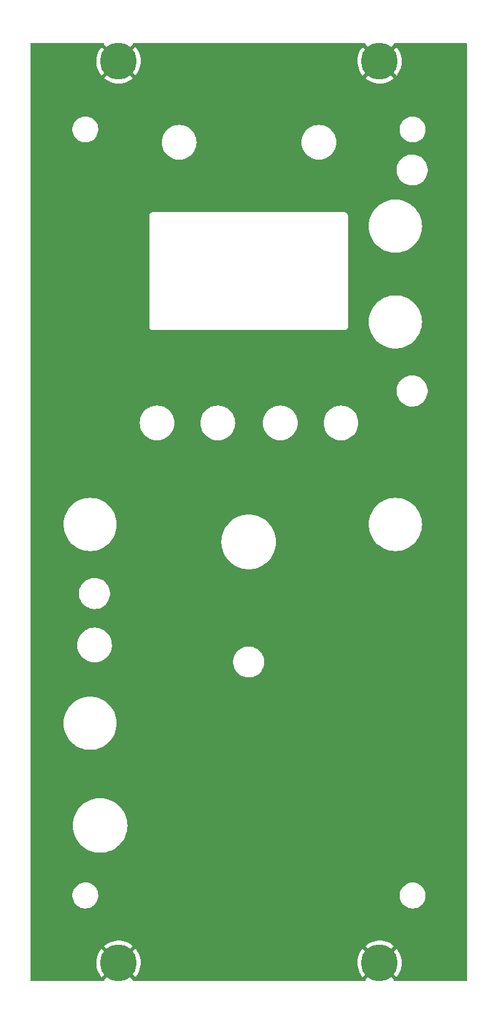
<source format=gbr>
G04 #@! TF.GenerationSoftware,KiCad,Pcbnew,(6.0.1)*
G04 #@! TF.CreationDate,2023-10-17T13:43:02-07:00*
G04 #@! TF.ProjectId,SpankulatorPanel,5370616e-6b75-46c6-9174-6f7250616e65,rev?*
G04 #@! TF.SameCoordinates,Original*
G04 #@! TF.FileFunction,Copper,L1,Top*
G04 #@! TF.FilePolarity,Positive*
%FSLAX46Y46*%
G04 Gerber Fmt 4.6, Leading zero omitted, Abs format (unit mm)*
G04 Created by KiCad (PCBNEW (6.0.1)) date 2023-10-17 13:43:02*
%MOMM*%
%LPD*%
G01*
G04 APERTURE LIST*
G04 #@! TA.AperFunction,ComponentPad*
%ADD10C,5.000000*%
G04 #@! TD*
G04 APERTURE END LIST*
D10*
X67500000Y-43000000D03*
X103000000Y-43000000D03*
X103000000Y-165400000D03*
X67500000Y-165400000D03*
G04 #@! TA.AperFunction,Conductor*
G36*
X65526390Y-40528002D02*
G01*
X65572883Y-40581658D01*
X65582987Y-40651932D01*
X65564642Y-40698362D01*
X65564576Y-40700069D01*
X65571527Y-40712316D01*
X67487190Y-42627980D01*
X67501131Y-42635592D01*
X67502966Y-42635461D01*
X67509580Y-42631210D01*
X69427074Y-40713716D01*
X69434688Y-40699772D01*
X69434194Y-40692853D01*
X69416038Y-40638944D01*
X69433352Y-40570091D01*
X69485141Y-40521529D01*
X69541941Y-40508000D01*
X100958269Y-40508000D01*
X101026390Y-40528002D01*
X101072883Y-40581658D01*
X101082987Y-40651932D01*
X101064642Y-40698362D01*
X101064576Y-40700069D01*
X101071527Y-40712316D01*
X102987190Y-42627980D01*
X103001131Y-42635592D01*
X103002966Y-42635461D01*
X103009580Y-42631210D01*
X104927074Y-40713716D01*
X104934688Y-40699772D01*
X104934194Y-40692853D01*
X104916038Y-40638944D01*
X104933352Y-40570091D01*
X104985141Y-40521529D01*
X105041941Y-40508000D01*
X114766000Y-40508000D01*
X114834121Y-40528002D01*
X114880614Y-40581658D01*
X114892000Y-40634000D01*
X114892000Y-167766000D01*
X114871998Y-167834121D01*
X114818342Y-167880614D01*
X114766000Y-167892000D01*
X105046799Y-167892000D01*
X104978678Y-167871998D01*
X104932185Y-167818342D01*
X104922081Y-167748068D01*
X104937646Y-167710415D01*
X104938123Y-167703616D01*
X104930537Y-167689748D01*
X103012810Y-165772020D01*
X102998869Y-165764408D01*
X102997034Y-165764539D01*
X102990420Y-165768790D01*
X101071474Y-167687737D01*
X101063860Y-167701681D01*
X101064551Y-167711344D01*
X101081060Y-167763030D01*
X101062669Y-167831603D01*
X101010124Y-167879348D01*
X100955095Y-167892000D01*
X69546799Y-167892000D01*
X69478678Y-167871998D01*
X69432185Y-167818342D01*
X69422081Y-167748068D01*
X69437646Y-167710415D01*
X69438123Y-167703616D01*
X69430537Y-167689748D01*
X67512810Y-165772020D01*
X67498869Y-165764408D01*
X67497034Y-165764539D01*
X67490420Y-165768790D01*
X65571474Y-167687737D01*
X65563860Y-167701681D01*
X65564551Y-167711344D01*
X65581060Y-167763030D01*
X65562669Y-167831603D01*
X65510124Y-167879348D01*
X65455095Y-167892000D01*
X55634000Y-167892000D01*
X55565879Y-167871998D01*
X55519386Y-167818342D01*
X55508000Y-167766000D01*
X55508000Y-165308987D01*
X64488484Y-165308987D01*
X64497374Y-165648505D01*
X64497980Y-165655721D01*
X64545835Y-165991963D01*
X64547269Y-165999074D01*
X64633455Y-166327595D01*
X64635692Y-166334478D01*
X64759064Y-166650914D01*
X64762081Y-166657503D01*
X64921002Y-166957652D01*
X64924761Y-166963860D01*
X65117129Y-167243757D01*
X65121574Y-167249486D01*
X65188743Y-167326484D01*
X65201917Y-167334888D01*
X65211769Y-167329020D01*
X67127980Y-165412810D01*
X67134357Y-165401131D01*
X67864408Y-165401131D01*
X67864539Y-165402966D01*
X67868790Y-165409580D01*
X69786268Y-167327057D01*
X69799622Y-167334349D01*
X69809594Y-167327295D01*
X69916641Y-167199267D01*
X69920957Y-167193456D01*
X70107432Y-166909575D01*
X70111046Y-166903313D01*
X70263658Y-166599882D01*
X70266530Y-166593244D01*
X70383249Y-166274293D01*
X70385345Y-166267351D01*
X70464631Y-165937103D01*
X70465915Y-165929964D01*
X70506816Y-165591973D01*
X70507240Y-165586403D01*
X70513010Y-165402797D01*
X70512937Y-165397204D01*
X70507850Y-165308987D01*
X99988484Y-165308987D01*
X99997374Y-165648505D01*
X99997980Y-165655721D01*
X100045835Y-165991963D01*
X100047269Y-165999074D01*
X100133455Y-166327595D01*
X100135692Y-166334478D01*
X100259064Y-166650914D01*
X100262081Y-166657503D01*
X100421002Y-166957652D01*
X100424761Y-166963860D01*
X100617129Y-167243757D01*
X100621574Y-167249486D01*
X100688743Y-167326484D01*
X100701917Y-167334888D01*
X100711769Y-167329020D01*
X102627980Y-165412810D01*
X102634357Y-165401131D01*
X103364408Y-165401131D01*
X103364539Y-165402966D01*
X103368790Y-165409580D01*
X105286268Y-167327057D01*
X105299622Y-167334349D01*
X105309594Y-167327295D01*
X105416641Y-167199267D01*
X105420957Y-167193456D01*
X105607432Y-166909575D01*
X105611046Y-166903313D01*
X105763658Y-166599882D01*
X105766530Y-166593244D01*
X105883249Y-166274293D01*
X105885345Y-166267351D01*
X105964631Y-165937103D01*
X105965915Y-165929964D01*
X106006816Y-165591973D01*
X106007240Y-165586403D01*
X106013010Y-165402797D01*
X106012937Y-165397204D01*
X105993338Y-165057303D01*
X105992506Y-165050113D01*
X105934113Y-164715529D01*
X105932458Y-164708474D01*
X105835998Y-164382834D01*
X105833540Y-164376006D01*
X105700290Y-164063608D01*
X105697073Y-164057125D01*
X105528788Y-163762089D01*
X105524856Y-163756034D01*
X105323774Y-163482295D01*
X105319166Y-163476726D01*
X105313830Y-163470984D01*
X105300178Y-163462866D01*
X105299570Y-163462887D01*
X105291092Y-163468119D01*
X103372020Y-165387190D01*
X103364408Y-165401131D01*
X102634357Y-165401131D01*
X102635592Y-165398869D01*
X102635461Y-165397034D01*
X102631210Y-165390420D01*
X100712374Y-163471585D01*
X100699581Y-163464599D01*
X100688827Y-163472464D01*
X100528037Y-163677527D01*
X100523902Y-163683476D01*
X100346440Y-163973068D01*
X100343019Y-163979447D01*
X100200016Y-164287522D01*
X100197356Y-164294241D01*
X100090711Y-164616707D01*
X100088834Y-164623711D01*
X100019961Y-164956288D01*
X100018904Y-164963449D01*
X99988712Y-165301735D01*
X99988484Y-165308987D01*
X70507850Y-165308987D01*
X70493338Y-165057303D01*
X70492506Y-165050113D01*
X70434113Y-164715529D01*
X70432458Y-164708474D01*
X70335998Y-164382834D01*
X70333540Y-164376006D01*
X70200290Y-164063608D01*
X70197073Y-164057125D01*
X70028788Y-163762089D01*
X70024856Y-163756034D01*
X69823774Y-163482295D01*
X69819166Y-163476726D01*
X69813830Y-163470984D01*
X69800178Y-163462866D01*
X69799570Y-163462887D01*
X69791092Y-163468119D01*
X67872020Y-165387190D01*
X67864408Y-165401131D01*
X67134357Y-165401131D01*
X67135592Y-165398869D01*
X67135461Y-165397034D01*
X67131210Y-165390420D01*
X65212374Y-163471585D01*
X65199581Y-163464599D01*
X65188827Y-163472464D01*
X65028037Y-163677527D01*
X65023902Y-163683476D01*
X64846440Y-163973068D01*
X64843019Y-163979447D01*
X64700016Y-164287522D01*
X64697356Y-164294241D01*
X64590711Y-164616707D01*
X64588834Y-164623711D01*
X64519961Y-164956288D01*
X64518904Y-164963449D01*
X64488712Y-165301735D01*
X64488484Y-165308987D01*
X55508000Y-165308987D01*
X55508000Y-163101048D01*
X65565132Y-163101048D01*
X65571527Y-163112316D01*
X67487190Y-165027980D01*
X67501131Y-165035592D01*
X67502966Y-165035461D01*
X67509580Y-165031210D01*
X69427074Y-163113716D01*
X69433991Y-163101048D01*
X101065132Y-163101048D01*
X101071527Y-163112316D01*
X102987190Y-165027980D01*
X103001131Y-165035592D01*
X103002966Y-165035461D01*
X103009580Y-165031210D01*
X104927074Y-163113716D01*
X104934466Y-163100179D01*
X104927679Y-163090479D01*
X104824476Y-163002335D01*
X104818704Y-162997953D01*
X104536796Y-162808519D01*
X104530575Y-162804839D01*
X104228757Y-162649060D01*
X104222146Y-162646116D01*
X103904439Y-162526065D01*
X103897513Y-162523894D01*
X103568112Y-162441155D01*
X103561005Y-162439799D01*
X103224278Y-162395468D01*
X103217036Y-162394937D01*
X102877467Y-162389602D01*
X102870205Y-162389906D01*
X102532256Y-162423638D01*
X102525108Y-162424770D01*
X102193263Y-162497124D01*
X102186285Y-162499072D01*
X101864960Y-162609086D01*
X101858253Y-162611823D01*
X101551707Y-162758039D01*
X101545349Y-162761534D01*
X101257654Y-162942005D01*
X101251731Y-162946214D01*
X101073601Y-163088923D01*
X101065132Y-163101048D01*
X69433991Y-163101048D01*
X69434466Y-163100179D01*
X69427679Y-163090479D01*
X69324476Y-163002335D01*
X69318704Y-162997953D01*
X69036796Y-162808519D01*
X69030575Y-162804839D01*
X68728757Y-162649060D01*
X68722146Y-162646116D01*
X68404439Y-162526065D01*
X68397513Y-162523894D01*
X68068112Y-162441155D01*
X68061005Y-162439799D01*
X67724278Y-162395468D01*
X67717036Y-162394937D01*
X67377467Y-162389602D01*
X67370205Y-162389906D01*
X67032256Y-162423638D01*
X67025108Y-162424770D01*
X66693263Y-162497124D01*
X66686285Y-162499072D01*
X66364960Y-162609086D01*
X66358253Y-162611823D01*
X66051707Y-162758039D01*
X66045349Y-162761534D01*
X65757654Y-162942005D01*
X65751731Y-162946214D01*
X65573601Y-163088923D01*
X65565132Y-163101048D01*
X55508000Y-163101048D01*
X55508000Y-156357655D01*
X61239858Y-156357655D01*
X61275104Y-156616638D01*
X61276412Y-156621124D01*
X61276412Y-156621126D01*
X61296098Y-156688664D01*
X61348243Y-156867567D01*
X61457668Y-157104928D01*
X61460231Y-157108837D01*
X61598410Y-157319596D01*
X61598414Y-157319601D01*
X61600976Y-157323509D01*
X61775018Y-157518506D01*
X61975970Y-157685637D01*
X61979973Y-157688066D01*
X62195422Y-157818804D01*
X62195426Y-157818806D01*
X62199419Y-157821229D01*
X62440455Y-157922303D01*
X62693783Y-157986641D01*
X62698434Y-157987109D01*
X62698438Y-157987110D01*
X62891308Y-158006531D01*
X62910867Y-158008500D01*
X63066354Y-158008500D01*
X63068679Y-158008327D01*
X63068685Y-158008327D01*
X63256000Y-157994407D01*
X63256004Y-157994406D01*
X63260652Y-157994061D01*
X63265200Y-157993032D01*
X63265206Y-157993031D01*
X63451601Y-157950853D01*
X63515577Y-157936377D01*
X63551769Y-157922303D01*
X63754824Y-157843340D01*
X63754827Y-157843339D01*
X63759177Y-157841647D01*
X63986098Y-157711951D01*
X64191357Y-157550138D01*
X64370443Y-157359763D01*
X64519424Y-157145009D01*
X64635025Y-156910593D01*
X64714707Y-156661665D01*
X64756721Y-156403693D01*
X64757324Y-156357655D01*
X105739858Y-156357655D01*
X105775104Y-156616638D01*
X105776412Y-156621124D01*
X105776412Y-156621126D01*
X105796098Y-156688664D01*
X105848243Y-156867567D01*
X105957668Y-157104928D01*
X105960231Y-157108837D01*
X106098410Y-157319596D01*
X106098414Y-157319601D01*
X106100976Y-157323509D01*
X106275018Y-157518506D01*
X106475970Y-157685637D01*
X106479973Y-157688066D01*
X106695422Y-157818804D01*
X106695426Y-157818806D01*
X106699419Y-157821229D01*
X106940455Y-157922303D01*
X107193783Y-157986641D01*
X107198434Y-157987109D01*
X107198438Y-157987110D01*
X107391308Y-158006531D01*
X107410867Y-158008500D01*
X107566354Y-158008500D01*
X107568679Y-158008327D01*
X107568685Y-158008327D01*
X107756000Y-157994407D01*
X107756004Y-157994406D01*
X107760652Y-157994061D01*
X107765200Y-157993032D01*
X107765206Y-157993031D01*
X107951601Y-157950853D01*
X108015577Y-157936377D01*
X108051769Y-157922303D01*
X108254824Y-157843340D01*
X108254827Y-157843339D01*
X108259177Y-157841647D01*
X108486098Y-157711951D01*
X108691357Y-157550138D01*
X108870443Y-157359763D01*
X109019424Y-157145009D01*
X109135025Y-156910593D01*
X109214707Y-156661665D01*
X109256721Y-156403693D01*
X109260142Y-156142345D01*
X109224896Y-155883362D01*
X109210473Y-155833877D01*
X109153068Y-155636932D01*
X109151757Y-155632433D01*
X109042332Y-155395072D01*
X109009519Y-155345024D01*
X108901590Y-155180404D01*
X108901586Y-155180399D01*
X108899024Y-155176491D01*
X108724982Y-154981494D01*
X108524030Y-154814363D01*
X108476844Y-154785730D01*
X108304578Y-154681196D01*
X108304574Y-154681194D01*
X108300581Y-154678771D01*
X108059545Y-154577697D01*
X107806217Y-154513359D01*
X107801566Y-154512891D01*
X107801562Y-154512890D01*
X107592271Y-154491816D01*
X107589133Y-154491500D01*
X107433646Y-154491500D01*
X107431321Y-154491673D01*
X107431315Y-154491673D01*
X107244000Y-154505593D01*
X107243996Y-154505594D01*
X107239348Y-154505939D01*
X107234800Y-154506968D01*
X107234794Y-154506969D01*
X107048399Y-154549147D01*
X106984423Y-154563623D01*
X106980071Y-154565315D01*
X106980069Y-154565316D01*
X106745176Y-154656660D01*
X106745173Y-154656661D01*
X106740823Y-154658353D01*
X106513902Y-154788049D01*
X106308643Y-154949862D01*
X106129557Y-155140237D01*
X105980576Y-155354991D01*
X105864975Y-155589407D01*
X105785293Y-155838335D01*
X105743279Y-156096307D01*
X105739858Y-156357655D01*
X64757324Y-156357655D01*
X64760142Y-156142345D01*
X64724896Y-155883362D01*
X64710473Y-155833877D01*
X64653068Y-155636932D01*
X64651757Y-155632433D01*
X64542332Y-155395072D01*
X64509519Y-155345024D01*
X64401590Y-155180404D01*
X64401586Y-155180399D01*
X64399024Y-155176491D01*
X64224982Y-154981494D01*
X64024030Y-154814363D01*
X63976844Y-154785730D01*
X63804578Y-154681196D01*
X63804574Y-154681194D01*
X63800581Y-154678771D01*
X63559545Y-154577697D01*
X63306217Y-154513359D01*
X63301566Y-154512891D01*
X63301562Y-154512890D01*
X63092271Y-154491816D01*
X63089133Y-154491500D01*
X62933646Y-154491500D01*
X62931321Y-154491673D01*
X62931315Y-154491673D01*
X62744000Y-154505593D01*
X62743996Y-154505594D01*
X62739348Y-154505939D01*
X62734800Y-154506968D01*
X62734794Y-154506969D01*
X62548399Y-154549147D01*
X62484423Y-154563623D01*
X62480071Y-154565315D01*
X62480069Y-154565316D01*
X62245176Y-154656660D01*
X62245173Y-154656661D01*
X62240823Y-154658353D01*
X62013902Y-154788049D01*
X61808643Y-154949862D01*
X61629557Y-155140237D01*
X61480576Y-155354991D01*
X61364975Y-155589407D01*
X61285293Y-155838335D01*
X61243279Y-156096307D01*
X61239858Y-156357655D01*
X55508000Y-156357655D01*
X55508000Y-146750000D01*
X61286411Y-146750000D01*
X61306754Y-147138176D01*
X61367562Y-147522099D01*
X61468167Y-147897562D01*
X61607468Y-148260453D01*
X61783938Y-148606794D01*
X61995643Y-148932793D01*
X62240266Y-149234876D01*
X62515124Y-149509734D01*
X62817207Y-149754357D01*
X63143206Y-149966062D01*
X63146140Y-149967557D01*
X63146147Y-149967561D01*
X63486607Y-150141034D01*
X63489547Y-150142532D01*
X63852438Y-150281833D01*
X64227901Y-150382438D01*
X64431793Y-150414732D01*
X64608576Y-150442732D01*
X64608584Y-150442733D01*
X64611824Y-150443246D01*
X64902894Y-150458500D01*
X65097106Y-150458500D01*
X65388176Y-150443246D01*
X65391416Y-150442733D01*
X65391424Y-150442732D01*
X65568207Y-150414732D01*
X65772099Y-150382438D01*
X66147562Y-150281833D01*
X66510453Y-150142532D01*
X66513393Y-150141034D01*
X66853853Y-149967561D01*
X66853860Y-149967557D01*
X66856794Y-149966062D01*
X67182793Y-149754357D01*
X67484876Y-149509734D01*
X67759734Y-149234876D01*
X68004357Y-148932793D01*
X68214265Y-148609563D01*
X68214266Y-148609561D01*
X68216062Y-148606795D01*
X68217562Y-148603853D01*
X68391034Y-148263393D01*
X68392532Y-148260453D01*
X68531833Y-147897562D01*
X68632438Y-147522099D01*
X68693246Y-147138176D01*
X68713589Y-146750000D01*
X68693246Y-146361824D01*
X68632438Y-145977901D01*
X68531833Y-145602438D01*
X68392532Y-145239547D01*
X68216062Y-144893206D01*
X68004357Y-144567207D01*
X67759734Y-144265124D01*
X67484876Y-143990266D01*
X67182793Y-143745643D01*
X66856794Y-143533938D01*
X66853860Y-143532443D01*
X66853853Y-143532439D01*
X66513393Y-143358966D01*
X66510453Y-143357468D01*
X66147562Y-143218167D01*
X65772099Y-143117562D01*
X65568207Y-143085268D01*
X65391424Y-143057268D01*
X65391416Y-143057267D01*
X65388176Y-143056754D01*
X65097106Y-143041500D01*
X64902894Y-143041500D01*
X64611824Y-143056754D01*
X64608584Y-143057267D01*
X64608576Y-143057268D01*
X64431793Y-143085268D01*
X64227901Y-143117562D01*
X63852438Y-143218167D01*
X63489547Y-143357468D01*
X63486607Y-143358966D01*
X63146147Y-143532439D01*
X63146140Y-143532443D01*
X63143206Y-143533938D01*
X62817207Y-143745643D01*
X62515124Y-143990266D01*
X62240266Y-144265124D01*
X61995643Y-144567207D01*
X61993848Y-144569970D01*
X61993848Y-144569971D01*
X61785736Y-144890436D01*
X61785734Y-144890439D01*
X61783938Y-144893205D01*
X61782443Y-144896139D01*
X61782439Y-144896146D01*
X61608966Y-145236607D01*
X61607468Y-145239547D01*
X61468167Y-145602438D01*
X61367562Y-145977901D01*
X61306754Y-146361824D01*
X61286411Y-146750000D01*
X55508000Y-146750000D01*
X55508000Y-132880000D01*
X60036548Y-132880000D01*
X60056343Y-133257709D01*
X60115511Y-133631279D01*
X60213403Y-133996618D01*
X60348947Y-134349723D01*
X60520659Y-134686726D01*
X60726656Y-135003934D01*
X60964682Y-135297871D01*
X61232129Y-135565318D01*
X61526066Y-135803344D01*
X61843274Y-136009341D01*
X61846208Y-136010836D01*
X61846215Y-136010840D01*
X62177337Y-136179555D01*
X62180277Y-136181053D01*
X62533382Y-136316597D01*
X62898721Y-136414489D01*
X63097158Y-136445918D01*
X63269043Y-136473143D01*
X63269051Y-136473144D01*
X63272291Y-136473657D01*
X63555511Y-136488500D01*
X63744489Y-136488500D01*
X64027709Y-136473657D01*
X64030949Y-136473144D01*
X64030957Y-136473143D01*
X64202842Y-136445918D01*
X64401279Y-136414489D01*
X64766618Y-136316597D01*
X65119723Y-136181053D01*
X65122663Y-136179555D01*
X65453785Y-136010840D01*
X65453792Y-136010836D01*
X65456726Y-136009341D01*
X65773934Y-135803344D01*
X66067871Y-135565318D01*
X66335318Y-135297871D01*
X66573344Y-135003934D01*
X66779341Y-134686726D01*
X66951053Y-134349723D01*
X67086597Y-133996618D01*
X67184489Y-133631279D01*
X67243657Y-133257709D01*
X67263452Y-132880000D01*
X67243657Y-132502291D01*
X67184489Y-132128721D01*
X67086597Y-131763382D01*
X66951053Y-131410277D01*
X66779341Y-131073274D01*
X66573344Y-130756066D01*
X66335318Y-130462129D01*
X66067871Y-130194682D01*
X65773934Y-129956656D01*
X65456726Y-129750659D01*
X65453792Y-129749164D01*
X65453785Y-129749160D01*
X65122663Y-129580445D01*
X65119723Y-129578947D01*
X64766618Y-129443403D01*
X64401279Y-129345511D01*
X64202842Y-129314082D01*
X64030957Y-129286857D01*
X64030949Y-129286856D01*
X64027709Y-129286343D01*
X63744489Y-129271500D01*
X63555511Y-129271500D01*
X63272291Y-129286343D01*
X63269051Y-129286856D01*
X63269043Y-129286857D01*
X63097158Y-129314082D01*
X62898721Y-129345511D01*
X62533382Y-129443403D01*
X62180277Y-129578947D01*
X62177337Y-129580445D01*
X61846215Y-129749160D01*
X61846208Y-129749164D01*
X61843274Y-129750659D01*
X61526066Y-129956656D01*
X61232129Y-130194682D01*
X60964682Y-130462129D01*
X60726656Y-130756066D01*
X60520659Y-131073274D01*
X60348947Y-131410277D01*
X60213403Y-131763382D01*
X60115511Y-132128721D01*
X60056343Y-132502291D01*
X60036548Y-132880000D01*
X55508000Y-132880000D01*
X55508000Y-124682703D01*
X83090743Y-124682703D01*
X83128268Y-124967734D01*
X83204129Y-125245036D01*
X83316923Y-125509476D01*
X83464561Y-125756161D01*
X83644313Y-125980528D01*
X83852851Y-126178423D01*
X84086317Y-126346186D01*
X84090112Y-126348195D01*
X84090113Y-126348196D01*
X84111869Y-126359715D01*
X84340392Y-126480712D01*
X84610373Y-126579511D01*
X84891264Y-126640755D01*
X84919841Y-126643004D01*
X85114282Y-126658307D01*
X85114291Y-126658307D01*
X85116739Y-126658500D01*
X85272271Y-126658500D01*
X85274407Y-126658354D01*
X85274418Y-126658354D01*
X85482548Y-126644165D01*
X85482554Y-126644164D01*
X85486825Y-126643873D01*
X85491020Y-126643004D01*
X85491022Y-126643004D01*
X85627583Y-126614724D01*
X85768342Y-126585574D01*
X86039343Y-126489607D01*
X86294812Y-126357750D01*
X86298313Y-126355289D01*
X86298317Y-126355287D01*
X86412417Y-126275096D01*
X86530023Y-126192441D01*
X86740622Y-125996740D01*
X86922713Y-125774268D01*
X87072927Y-125529142D01*
X87188483Y-125265898D01*
X87267244Y-124989406D01*
X87307751Y-124704784D01*
X87307845Y-124686951D01*
X87309235Y-124421583D01*
X87309235Y-124421576D01*
X87309257Y-124417297D01*
X87271732Y-124132266D01*
X87195871Y-123854964D01*
X87083077Y-123590524D01*
X87008527Y-123465960D01*
X86937643Y-123347521D01*
X86937640Y-123347517D01*
X86935439Y-123343839D01*
X86755687Y-123119472D01*
X86547149Y-122921577D01*
X86313683Y-122753814D01*
X86291843Y-122742250D01*
X86268654Y-122729972D01*
X86059608Y-122619288D01*
X85789627Y-122520489D01*
X85508736Y-122459245D01*
X85477685Y-122456801D01*
X85285718Y-122441693D01*
X85285709Y-122441693D01*
X85283261Y-122441500D01*
X85127729Y-122441500D01*
X85125593Y-122441646D01*
X85125582Y-122441646D01*
X84917452Y-122455835D01*
X84917446Y-122455836D01*
X84913175Y-122456127D01*
X84908980Y-122456996D01*
X84908978Y-122456996D01*
X84772416Y-122485277D01*
X84631658Y-122514426D01*
X84360657Y-122610393D01*
X84105188Y-122742250D01*
X84101687Y-122744711D01*
X84101683Y-122744713D01*
X84091594Y-122751804D01*
X83869977Y-122907559D01*
X83659378Y-123103260D01*
X83477287Y-123325732D01*
X83327073Y-123570858D01*
X83325347Y-123574791D01*
X83325346Y-123574792D01*
X83213243Y-123830170D01*
X83211517Y-123834102D01*
X83132756Y-124110594D01*
X83092249Y-124395216D01*
X83092227Y-124399505D01*
X83092226Y-124399512D01*
X83090765Y-124678417D01*
X83090743Y-124682703D01*
X55508000Y-124682703D01*
X55508000Y-122250000D01*
X61886439Y-122250000D01*
X61886709Y-122254119D01*
X61903771Y-122514426D01*
X61906660Y-122558507D01*
X61907464Y-122562547D01*
X61907464Y-122562550D01*
X61918750Y-122619288D01*
X61966975Y-122861735D01*
X61968300Y-122865639D01*
X61968301Y-122865642D01*
X61988290Y-122924527D01*
X62066354Y-123154496D01*
X62068177Y-123158192D01*
X62068180Y-123158200D01*
X62159728Y-123343839D01*
X62203096Y-123431780D01*
X62205390Y-123435213D01*
X62205391Y-123435215D01*
X62311806Y-123594476D01*
X62374861Y-123688845D01*
X62377575Y-123691939D01*
X62377579Y-123691945D01*
X62524173Y-123859103D01*
X62578710Y-123921290D01*
X62581799Y-123923999D01*
X62808055Y-124122421D01*
X62808061Y-124122425D01*
X62811155Y-124125139D01*
X62814581Y-124127428D01*
X62814586Y-124127432D01*
X63064785Y-124294609D01*
X63068220Y-124296904D01*
X63071923Y-124298730D01*
X63341800Y-124431820D01*
X63341808Y-124431823D01*
X63345504Y-124433646D01*
X63349419Y-124434975D01*
X63634358Y-124531699D01*
X63634361Y-124531700D01*
X63638265Y-124533025D01*
X63864961Y-124578117D01*
X63937450Y-124592536D01*
X63937453Y-124592536D01*
X63941493Y-124593340D01*
X63945604Y-124593609D01*
X63945608Y-124593610D01*
X64170737Y-124608366D01*
X64170746Y-124608366D01*
X64172786Y-124608500D01*
X64327214Y-124608500D01*
X64329254Y-124608366D01*
X64329263Y-124608366D01*
X64554392Y-124593610D01*
X64554396Y-124593609D01*
X64558507Y-124593340D01*
X64562547Y-124592536D01*
X64562550Y-124592536D01*
X64635039Y-124578117D01*
X64861735Y-124533025D01*
X64865639Y-124531700D01*
X64865642Y-124531699D01*
X65150581Y-124434975D01*
X65154496Y-124433646D01*
X65158192Y-124431823D01*
X65158200Y-124431820D01*
X65428077Y-124298730D01*
X65431780Y-124296904D01*
X65435215Y-124294609D01*
X65685414Y-124127432D01*
X65685419Y-124127428D01*
X65688845Y-124125139D01*
X65691939Y-124122425D01*
X65691945Y-124122421D01*
X65918201Y-123923999D01*
X65921290Y-123921290D01*
X65975827Y-123859103D01*
X66122421Y-123691945D01*
X66122425Y-123691939D01*
X66125139Y-123688845D01*
X66188195Y-123594476D01*
X66294610Y-123435214D01*
X66296904Y-123431781D01*
X66338457Y-123347521D01*
X66431822Y-123158194D01*
X66433646Y-123154496D01*
X66445535Y-123119472D01*
X66531699Y-122865642D01*
X66531700Y-122865639D01*
X66533025Y-122861735D01*
X66581250Y-122619288D01*
X66592536Y-122562550D01*
X66592536Y-122562547D01*
X66593340Y-122558507D01*
X66596230Y-122514426D01*
X66613291Y-122254119D01*
X66613561Y-122250000D01*
X66593340Y-121941493D01*
X66533025Y-121638265D01*
X66433646Y-121345504D01*
X66431822Y-121341806D01*
X66431820Y-121341800D01*
X66298730Y-121071923D01*
X66296904Y-121068220D01*
X66294610Y-121064787D01*
X66294609Y-121064785D01*
X66127432Y-120814586D01*
X66127428Y-120814581D01*
X66125139Y-120811155D01*
X66122425Y-120808061D01*
X66122421Y-120808055D01*
X65923999Y-120581799D01*
X65921290Y-120578710D01*
X65918201Y-120576001D01*
X65691945Y-120377579D01*
X65691939Y-120377575D01*
X65688845Y-120374861D01*
X65685419Y-120372572D01*
X65685414Y-120372568D01*
X65435215Y-120205391D01*
X65435213Y-120205390D01*
X65431780Y-120203096D01*
X65382352Y-120178721D01*
X65158200Y-120068180D01*
X65158192Y-120068177D01*
X65154496Y-120066354D01*
X65150581Y-120065025D01*
X64865642Y-119968301D01*
X64865639Y-119968300D01*
X64861735Y-119966975D01*
X64635039Y-119921883D01*
X64562550Y-119907464D01*
X64562547Y-119907464D01*
X64558507Y-119906660D01*
X64554396Y-119906391D01*
X64554392Y-119906390D01*
X64329263Y-119891634D01*
X64329254Y-119891634D01*
X64327214Y-119891500D01*
X64172786Y-119891500D01*
X64170746Y-119891634D01*
X64170737Y-119891634D01*
X63945608Y-119906390D01*
X63945604Y-119906391D01*
X63941493Y-119906660D01*
X63937453Y-119907464D01*
X63937450Y-119907464D01*
X63864961Y-119921883D01*
X63638265Y-119966975D01*
X63634361Y-119968300D01*
X63634358Y-119968301D01*
X63349419Y-120065025D01*
X63345504Y-120066354D01*
X63341808Y-120068177D01*
X63341800Y-120068180D01*
X63117648Y-120178721D01*
X63068220Y-120203096D01*
X63064787Y-120205390D01*
X63064785Y-120205391D01*
X62814586Y-120372568D01*
X62814581Y-120372572D01*
X62811155Y-120374861D01*
X62808061Y-120377575D01*
X62808055Y-120377579D01*
X62581799Y-120576001D01*
X62578710Y-120578710D01*
X62576001Y-120581799D01*
X62377579Y-120808055D01*
X62377575Y-120808061D01*
X62374861Y-120811155D01*
X62203096Y-121068219D01*
X62066354Y-121345504D01*
X61966975Y-121638265D01*
X61906660Y-121941493D01*
X61886439Y-122250000D01*
X55508000Y-122250000D01*
X55508000Y-115382703D01*
X62140743Y-115382703D01*
X62178268Y-115667734D01*
X62254129Y-115945036D01*
X62366923Y-116209476D01*
X62514561Y-116456161D01*
X62694313Y-116680528D01*
X62902851Y-116878423D01*
X63136317Y-117046186D01*
X63140112Y-117048195D01*
X63140113Y-117048196D01*
X63161869Y-117059715D01*
X63390392Y-117180712D01*
X63660373Y-117279511D01*
X63941264Y-117340755D01*
X63969841Y-117343004D01*
X64164282Y-117358307D01*
X64164291Y-117358307D01*
X64166739Y-117358500D01*
X64322271Y-117358500D01*
X64324407Y-117358354D01*
X64324418Y-117358354D01*
X64532548Y-117344165D01*
X64532554Y-117344164D01*
X64536825Y-117343873D01*
X64541020Y-117343004D01*
X64541022Y-117343004D01*
X64677583Y-117314724D01*
X64818342Y-117285574D01*
X65089343Y-117189607D01*
X65344812Y-117057750D01*
X65348313Y-117055289D01*
X65348317Y-117055287D01*
X65462417Y-116975096D01*
X65580023Y-116892441D01*
X65790622Y-116696740D01*
X65972713Y-116474268D01*
X66122927Y-116229142D01*
X66238483Y-115965898D01*
X66317244Y-115689406D01*
X66357751Y-115404784D01*
X66357845Y-115386951D01*
X66359235Y-115121583D01*
X66359235Y-115121576D01*
X66359257Y-115117297D01*
X66321732Y-114832266D01*
X66245871Y-114554964D01*
X66133077Y-114290524D01*
X65985439Y-114043839D01*
X65805687Y-113819472D01*
X65597149Y-113621577D01*
X65363683Y-113453814D01*
X65341843Y-113442250D01*
X65318654Y-113429972D01*
X65109608Y-113319288D01*
X64839627Y-113220489D01*
X64558736Y-113159245D01*
X64527685Y-113156801D01*
X64335718Y-113141693D01*
X64335709Y-113141693D01*
X64333261Y-113141500D01*
X64177729Y-113141500D01*
X64175593Y-113141646D01*
X64175582Y-113141646D01*
X63967452Y-113155835D01*
X63967446Y-113155836D01*
X63963175Y-113156127D01*
X63958980Y-113156996D01*
X63958978Y-113156996D01*
X63822416Y-113185277D01*
X63681658Y-113214426D01*
X63410657Y-113310393D01*
X63155188Y-113442250D01*
X63151687Y-113444711D01*
X63151683Y-113444713D01*
X63141594Y-113451804D01*
X62919977Y-113607559D01*
X62709378Y-113803260D01*
X62527287Y-114025732D01*
X62377073Y-114270858D01*
X62261517Y-114534102D01*
X62182756Y-114810594D01*
X62142249Y-115095216D01*
X62142227Y-115099505D01*
X62142226Y-115099512D01*
X62140765Y-115378417D01*
X62140743Y-115382703D01*
X55508000Y-115382703D01*
X55508000Y-105880000D01*
X60036548Y-105880000D01*
X60056343Y-106257709D01*
X60056856Y-106260949D01*
X60056857Y-106260957D01*
X60084082Y-106432842D01*
X60115511Y-106631279D01*
X60213403Y-106996618D01*
X60348947Y-107349723D01*
X60350445Y-107352663D01*
X60415919Y-107481162D01*
X60520659Y-107686726D01*
X60726656Y-108003934D01*
X60964682Y-108297871D01*
X61232129Y-108565318D01*
X61526066Y-108803344D01*
X61843274Y-109009341D01*
X61846208Y-109010836D01*
X61846215Y-109010840D01*
X62177337Y-109179555D01*
X62180277Y-109181053D01*
X62533382Y-109316597D01*
X62898721Y-109414489D01*
X63097158Y-109445918D01*
X63269043Y-109473143D01*
X63269051Y-109473144D01*
X63272291Y-109473657D01*
X63555511Y-109488500D01*
X63744489Y-109488500D01*
X64027709Y-109473657D01*
X64030949Y-109473144D01*
X64030957Y-109473143D01*
X64202842Y-109445918D01*
X64401279Y-109414489D01*
X64766618Y-109316597D01*
X65119723Y-109181053D01*
X65122663Y-109179555D01*
X65453785Y-109010840D01*
X65453792Y-109010836D01*
X65456726Y-109009341D01*
X65773934Y-108803344D01*
X66067871Y-108565318D01*
X66335318Y-108297871D01*
X66374083Y-108250000D01*
X81486411Y-108250000D01*
X81506754Y-108638176D01*
X81567562Y-109022099D01*
X81668167Y-109397562D01*
X81807468Y-109760453D01*
X81983938Y-110106794D01*
X82195643Y-110432793D01*
X82440266Y-110734876D01*
X82715124Y-111009734D01*
X83017207Y-111254357D01*
X83343206Y-111466062D01*
X83346140Y-111467557D01*
X83346147Y-111467561D01*
X83686607Y-111641034D01*
X83689547Y-111642532D01*
X84052438Y-111781833D01*
X84427901Y-111882438D01*
X84631793Y-111914732D01*
X84808576Y-111942732D01*
X84808584Y-111942733D01*
X84811824Y-111943246D01*
X85102894Y-111958500D01*
X85297106Y-111958500D01*
X85588176Y-111943246D01*
X85591416Y-111942733D01*
X85591424Y-111942732D01*
X85768207Y-111914732D01*
X85972099Y-111882438D01*
X86347562Y-111781833D01*
X86710453Y-111642532D01*
X86713393Y-111641034D01*
X87053853Y-111467561D01*
X87053860Y-111467557D01*
X87056794Y-111466062D01*
X87382793Y-111254357D01*
X87684876Y-111009734D01*
X87959734Y-110734876D01*
X88204357Y-110432793D01*
X88414265Y-110109563D01*
X88414266Y-110109561D01*
X88416062Y-110106795D01*
X88417562Y-110103853D01*
X88591034Y-109763393D01*
X88592532Y-109760453D01*
X88731833Y-109397562D01*
X88832438Y-109022099D01*
X88893246Y-108638176D01*
X88913589Y-108250000D01*
X88893246Y-107861824D01*
X88832438Y-107477901D01*
X88731833Y-107102438D01*
X88592532Y-106739547D01*
X88591034Y-106736607D01*
X88417561Y-106396147D01*
X88417557Y-106396140D01*
X88416062Y-106393206D01*
X88204357Y-106067207D01*
X88052759Y-105880000D01*
X101536548Y-105880000D01*
X101556343Y-106257709D01*
X101556856Y-106260949D01*
X101556857Y-106260957D01*
X101584082Y-106432842D01*
X101615511Y-106631279D01*
X101713403Y-106996618D01*
X101848947Y-107349723D01*
X101850445Y-107352663D01*
X101915919Y-107481162D01*
X102020659Y-107686726D01*
X102226656Y-108003934D01*
X102464682Y-108297871D01*
X102732129Y-108565318D01*
X103026066Y-108803344D01*
X103343274Y-109009341D01*
X103346208Y-109010836D01*
X103346215Y-109010840D01*
X103677337Y-109179555D01*
X103680277Y-109181053D01*
X104033382Y-109316597D01*
X104398721Y-109414489D01*
X104597158Y-109445918D01*
X104769043Y-109473143D01*
X104769051Y-109473144D01*
X104772291Y-109473657D01*
X105055511Y-109488500D01*
X105244489Y-109488500D01*
X105527709Y-109473657D01*
X105530949Y-109473144D01*
X105530957Y-109473143D01*
X105702842Y-109445918D01*
X105901279Y-109414489D01*
X106266618Y-109316597D01*
X106619723Y-109181053D01*
X106622663Y-109179555D01*
X106953785Y-109010840D01*
X106953792Y-109010836D01*
X106956726Y-109009341D01*
X107273934Y-108803344D01*
X107567871Y-108565318D01*
X107835318Y-108297871D01*
X108073344Y-108003934D01*
X108279341Y-107686726D01*
X108384082Y-107481162D01*
X108449555Y-107352663D01*
X108451053Y-107349723D01*
X108586597Y-106996618D01*
X108684489Y-106631279D01*
X108715918Y-106432842D01*
X108743143Y-106260957D01*
X108743144Y-106260949D01*
X108743657Y-106257709D01*
X108763452Y-105880000D01*
X108743657Y-105502291D01*
X108741753Y-105490266D01*
X108685005Y-105131982D01*
X108684489Y-105128721D01*
X108586597Y-104763382D01*
X108568913Y-104717312D01*
X108452237Y-104413362D01*
X108451053Y-104410277D01*
X108279341Y-104073274D01*
X108073344Y-103756066D01*
X107835318Y-103462129D01*
X107567871Y-103194682D01*
X107273934Y-102956656D01*
X106956726Y-102750659D01*
X106953792Y-102749164D01*
X106953785Y-102749160D01*
X106622663Y-102580445D01*
X106619723Y-102578947D01*
X106266618Y-102443403D01*
X105901279Y-102345511D01*
X105702842Y-102314082D01*
X105530957Y-102286857D01*
X105530949Y-102286856D01*
X105527709Y-102286343D01*
X105244489Y-102271500D01*
X105055511Y-102271500D01*
X104772291Y-102286343D01*
X104769051Y-102286856D01*
X104769043Y-102286857D01*
X104597158Y-102314082D01*
X104398721Y-102345511D01*
X104033382Y-102443403D01*
X103680277Y-102578947D01*
X103677337Y-102580445D01*
X103346215Y-102749160D01*
X103346208Y-102749164D01*
X103343274Y-102750659D01*
X103026066Y-102956656D01*
X102732129Y-103194682D01*
X102464682Y-103462129D01*
X102226656Y-103756066D01*
X102020659Y-104073274D01*
X101848947Y-104410277D01*
X101847763Y-104413362D01*
X101731088Y-104717312D01*
X101713403Y-104763382D01*
X101615511Y-105128721D01*
X101614995Y-105131982D01*
X101558248Y-105490266D01*
X101556343Y-105502291D01*
X101536548Y-105880000D01*
X88052759Y-105880000D01*
X87959734Y-105765124D01*
X87684876Y-105490266D01*
X87382793Y-105245643D01*
X87380029Y-105243848D01*
X87059563Y-105035736D01*
X87059560Y-105035734D01*
X87056794Y-105033938D01*
X87053860Y-105032443D01*
X87053853Y-105032439D01*
X86713393Y-104858966D01*
X86710453Y-104857468D01*
X86347562Y-104718167D01*
X85972099Y-104617562D01*
X85768207Y-104585268D01*
X85591424Y-104557268D01*
X85591416Y-104557267D01*
X85588176Y-104556754D01*
X85297106Y-104541500D01*
X85102894Y-104541500D01*
X84811824Y-104556754D01*
X84808584Y-104557267D01*
X84808576Y-104557268D01*
X84631793Y-104585268D01*
X84427901Y-104617562D01*
X84052438Y-104718167D01*
X83689547Y-104857468D01*
X83686607Y-104858966D01*
X83346147Y-105032439D01*
X83346140Y-105032443D01*
X83343206Y-105033938D01*
X83340440Y-105035734D01*
X83340437Y-105035736D01*
X83019971Y-105243848D01*
X83017207Y-105245643D01*
X82715124Y-105490266D01*
X82440266Y-105765124D01*
X82195643Y-106067207D01*
X82193848Y-106069970D01*
X82193848Y-106069971D01*
X81985736Y-106390436D01*
X81985734Y-106390439D01*
X81983938Y-106393205D01*
X81982443Y-106396139D01*
X81982439Y-106396146D01*
X81864295Y-106628018D01*
X81807468Y-106739547D01*
X81668167Y-107102438D01*
X81567562Y-107477901D01*
X81506754Y-107861824D01*
X81486411Y-108250000D01*
X66374083Y-108250000D01*
X66573344Y-108003934D01*
X66779341Y-107686726D01*
X66884082Y-107481162D01*
X66949555Y-107352663D01*
X66951053Y-107349723D01*
X67086597Y-106996618D01*
X67184489Y-106631279D01*
X67215918Y-106432842D01*
X67243143Y-106260957D01*
X67243144Y-106260949D01*
X67243657Y-106257709D01*
X67263452Y-105880000D01*
X67243657Y-105502291D01*
X67241753Y-105490266D01*
X67185005Y-105131982D01*
X67184489Y-105128721D01*
X67086597Y-104763382D01*
X67068913Y-104717312D01*
X66952237Y-104413362D01*
X66951053Y-104410277D01*
X66779341Y-104073274D01*
X66573344Y-103756066D01*
X66335318Y-103462129D01*
X66067871Y-103194682D01*
X65773934Y-102956656D01*
X65456726Y-102750659D01*
X65453792Y-102749164D01*
X65453785Y-102749160D01*
X65122663Y-102580445D01*
X65119723Y-102578947D01*
X64766618Y-102443403D01*
X64401279Y-102345511D01*
X64202842Y-102314082D01*
X64030957Y-102286857D01*
X64030949Y-102286856D01*
X64027709Y-102286343D01*
X63744489Y-102271500D01*
X63555511Y-102271500D01*
X63272291Y-102286343D01*
X63269051Y-102286856D01*
X63269043Y-102286857D01*
X63097158Y-102314082D01*
X62898721Y-102345511D01*
X62533382Y-102443403D01*
X62180277Y-102578947D01*
X62177337Y-102580445D01*
X61846215Y-102749160D01*
X61846208Y-102749164D01*
X61843274Y-102750659D01*
X61526066Y-102956656D01*
X61232129Y-103194682D01*
X60964682Y-103462129D01*
X60726656Y-103756066D01*
X60520659Y-104073274D01*
X60348947Y-104410277D01*
X60347763Y-104413362D01*
X60231088Y-104717312D01*
X60213403Y-104763382D01*
X60115511Y-105128721D01*
X60114995Y-105131982D01*
X60058248Y-105490266D01*
X60056343Y-105502291D01*
X60036548Y-105880000D01*
X55508000Y-105880000D01*
X55508000Y-92100000D01*
X70386439Y-92100000D01*
X70406660Y-92408507D01*
X70466975Y-92711735D01*
X70566354Y-93004496D01*
X70568177Y-93008192D01*
X70568180Y-93008200D01*
X70678721Y-93232352D01*
X70703096Y-93281780D01*
X70705390Y-93285213D01*
X70705391Y-93285214D01*
X70874861Y-93538845D01*
X70877575Y-93541939D01*
X70877579Y-93541945D01*
X71076001Y-93768201D01*
X71078710Y-93771290D01*
X71081799Y-93773999D01*
X71308055Y-93972421D01*
X71308061Y-93972425D01*
X71311155Y-93975139D01*
X71314581Y-93977428D01*
X71314586Y-93977432D01*
X71564785Y-94144609D01*
X71568220Y-94146904D01*
X71571923Y-94148730D01*
X71841800Y-94281820D01*
X71841808Y-94281823D01*
X71845504Y-94283646D01*
X71849419Y-94284975D01*
X72134358Y-94381699D01*
X72134361Y-94381700D01*
X72138265Y-94383025D01*
X72364961Y-94428117D01*
X72437450Y-94442536D01*
X72437453Y-94442536D01*
X72441493Y-94443340D01*
X72445604Y-94443609D01*
X72445608Y-94443610D01*
X72670737Y-94458366D01*
X72670746Y-94458366D01*
X72672786Y-94458500D01*
X72827214Y-94458500D01*
X72829254Y-94458366D01*
X72829263Y-94458366D01*
X73054392Y-94443610D01*
X73054396Y-94443609D01*
X73058507Y-94443340D01*
X73062547Y-94442536D01*
X73062550Y-94442536D01*
X73135039Y-94428117D01*
X73361735Y-94383025D01*
X73365639Y-94381700D01*
X73365642Y-94381699D01*
X73650581Y-94284975D01*
X73654496Y-94283646D01*
X73658192Y-94281823D01*
X73658200Y-94281820D01*
X73928077Y-94148730D01*
X73931780Y-94146904D01*
X73935215Y-94144609D01*
X74185414Y-93977432D01*
X74185419Y-93977428D01*
X74188845Y-93975139D01*
X74191939Y-93972425D01*
X74191945Y-93972421D01*
X74418201Y-93773999D01*
X74421290Y-93771290D01*
X74423999Y-93768201D01*
X74622421Y-93541945D01*
X74622425Y-93541939D01*
X74625139Y-93538845D01*
X74796904Y-93281781D01*
X74933646Y-93004496D01*
X75033025Y-92711735D01*
X75093340Y-92408507D01*
X75113561Y-92100000D01*
X78636439Y-92100000D01*
X78656660Y-92408507D01*
X78716975Y-92711735D01*
X78816354Y-93004496D01*
X78818177Y-93008192D01*
X78818180Y-93008200D01*
X78928721Y-93232352D01*
X78953096Y-93281780D01*
X78955390Y-93285213D01*
X78955391Y-93285214D01*
X79124861Y-93538845D01*
X79127575Y-93541939D01*
X79127579Y-93541945D01*
X79326001Y-93768201D01*
X79328710Y-93771290D01*
X79331799Y-93773999D01*
X79558055Y-93972421D01*
X79558061Y-93972425D01*
X79561155Y-93975139D01*
X79564581Y-93977428D01*
X79564586Y-93977432D01*
X79814785Y-94144609D01*
X79818220Y-94146904D01*
X79821923Y-94148730D01*
X80091800Y-94281820D01*
X80091808Y-94281823D01*
X80095504Y-94283646D01*
X80099419Y-94284975D01*
X80384358Y-94381699D01*
X80384361Y-94381700D01*
X80388265Y-94383025D01*
X80614961Y-94428117D01*
X80687450Y-94442536D01*
X80687453Y-94442536D01*
X80691493Y-94443340D01*
X80695604Y-94443609D01*
X80695608Y-94443610D01*
X80920737Y-94458366D01*
X80920746Y-94458366D01*
X80922786Y-94458500D01*
X81077214Y-94458500D01*
X81079254Y-94458366D01*
X81079263Y-94458366D01*
X81304392Y-94443610D01*
X81304396Y-94443609D01*
X81308507Y-94443340D01*
X81312547Y-94442536D01*
X81312550Y-94442536D01*
X81385039Y-94428117D01*
X81611735Y-94383025D01*
X81615639Y-94381700D01*
X81615642Y-94381699D01*
X81900581Y-94284975D01*
X81904496Y-94283646D01*
X81908192Y-94281823D01*
X81908200Y-94281820D01*
X82178077Y-94148730D01*
X82181780Y-94146904D01*
X82185215Y-94144609D01*
X82435414Y-93977432D01*
X82435419Y-93977428D01*
X82438845Y-93975139D01*
X82441939Y-93972425D01*
X82441945Y-93972421D01*
X82668201Y-93773999D01*
X82671290Y-93771290D01*
X82673999Y-93768201D01*
X82872421Y-93541945D01*
X82872425Y-93541939D01*
X82875139Y-93538845D01*
X83046904Y-93281781D01*
X83183646Y-93004496D01*
X83283025Y-92711735D01*
X83343340Y-92408507D01*
X83363561Y-92100000D01*
X87136439Y-92100000D01*
X87156660Y-92408507D01*
X87216975Y-92711735D01*
X87316354Y-93004496D01*
X87318177Y-93008192D01*
X87318180Y-93008200D01*
X87428721Y-93232352D01*
X87453096Y-93281780D01*
X87455390Y-93285213D01*
X87455391Y-93285214D01*
X87624861Y-93538845D01*
X87627575Y-93541939D01*
X87627579Y-93541945D01*
X87826001Y-93768201D01*
X87828710Y-93771290D01*
X87831799Y-93773999D01*
X88058055Y-93972421D01*
X88058061Y-93972425D01*
X88061155Y-93975139D01*
X88064581Y-93977428D01*
X88064586Y-93977432D01*
X88314785Y-94144609D01*
X88318220Y-94146904D01*
X88321923Y-94148730D01*
X88591800Y-94281820D01*
X88591808Y-94281823D01*
X88595504Y-94283646D01*
X88599419Y-94284975D01*
X88884358Y-94381699D01*
X88884361Y-94381700D01*
X88888265Y-94383025D01*
X89114961Y-94428117D01*
X89187450Y-94442536D01*
X89187453Y-94442536D01*
X89191493Y-94443340D01*
X89195604Y-94443609D01*
X89195608Y-94443610D01*
X89420737Y-94458366D01*
X89420746Y-94458366D01*
X89422786Y-94458500D01*
X89577214Y-94458500D01*
X89579254Y-94458366D01*
X89579263Y-94458366D01*
X89804392Y-94443610D01*
X89804396Y-94443609D01*
X89808507Y-94443340D01*
X89812547Y-94442536D01*
X89812550Y-94442536D01*
X89885039Y-94428117D01*
X90111735Y-94383025D01*
X90115639Y-94381700D01*
X90115642Y-94381699D01*
X90400581Y-94284975D01*
X90404496Y-94283646D01*
X90408192Y-94281823D01*
X90408200Y-94281820D01*
X90678077Y-94148730D01*
X90681780Y-94146904D01*
X90685215Y-94144609D01*
X90935414Y-93977432D01*
X90935419Y-93977428D01*
X90938845Y-93975139D01*
X90941939Y-93972425D01*
X90941945Y-93972421D01*
X91168201Y-93773999D01*
X91171290Y-93771290D01*
X91173999Y-93768201D01*
X91372421Y-93541945D01*
X91372425Y-93541939D01*
X91375139Y-93538845D01*
X91546904Y-93281781D01*
X91683646Y-93004496D01*
X91783025Y-92711735D01*
X91843340Y-92408507D01*
X91863561Y-92100000D01*
X95386439Y-92100000D01*
X95406660Y-92408507D01*
X95466975Y-92711735D01*
X95566354Y-93004496D01*
X95568177Y-93008192D01*
X95568180Y-93008200D01*
X95678721Y-93232352D01*
X95703096Y-93281780D01*
X95705390Y-93285213D01*
X95705391Y-93285214D01*
X95874861Y-93538845D01*
X95877575Y-93541939D01*
X95877579Y-93541945D01*
X96076001Y-93768201D01*
X96078710Y-93771290D01*
X96081799Y-93773999D01*
X96308055Y-93972421D01*
X96308061Y-93972425D01*
X96311155Y-93975139D01*
X96314581Y-93977428D01*
X96314586Y-93977432D01*
X96564785Y-94144609D01*
X96568220Y-94146904D01*
X96571923Y-94148730D01*
X96841800Y-94281820D01*
X96841808Y-94281823D01*
X96845504Y-94283646D01*
X96849419Y-94284975D01*
X97134358Y-94381699D01*
X97134361Y-94381700D01*
X97138265Y-94383025D01*
X97364961Y-94428117D01*
X97437450Y-94442536D01*
X97437453Y-94442536D01*
X97441493Y-94443340D01*
X97445604Y-94443609D01*
X97445608Y-94443610D01*
X97670737Y-94458366D01*
X97670746Y-94458366D01*
X97672786Y-94458500D01*
X97827214Y-94458500D01*
X97829254Y-94458366D01*
X97829263Y-94458366D01*
X98054392Y-94443610D01*
X98054396Y-94443609D01*
X98058507Y-94443340D01*
X98062547Y-94442536D01*
X98062550Y-94442536D01*
X98135039Y-94428117D01*
X98361735Y-94383025D01*
X98365639Y-94381700D01*
X98365642Y-94381699D01*
X98650581Y-94284975D01*
X98654496Y-94283646D01*
X98658192Y-94281823D01*
X98658200Y-94281820D01*
X98928077Y-94148730D01*
X98931780Y-94146904D01*
X98935215Y-94144609D01*
X99185414Y-93977432D01*
X99185419Y-93977428D01*
X99188845Y-93975139D01*
X99191939Y-93972425D01*
X99191945Y-93972421D01*
X99418201Y-93773999D01*
X99421290Y-93771290D01*
X99423999Y-93768201D01*
X99622421Y-93541945D01*
X99622425Y-93541939D01*
X99625139Y-93538845D01*
X99796904Y-93281781D01*
X99933646Y-93004496D01*
X100033025Y-92711735D01*
X100093340Y-92408507D01*
X100113561Y-92100000D01*
X100093340Y-91791493D01*
X100033025Y-91488265D01*
X99933646Y-91195504D01*
X99931822Y-91191806D01*
X99931820Y-91191800D01*
X99798730Y-90921923D01*
X99796904Y-90918220D01*
X99794610Y-90914787D01*
X99794609Y-90914785D01*
X99627432Y-90664586D01*
X99627428Y-90664581D01*
X99625139Y-90661155D01*
X99622425Y-90658061D01*
X99622421Y-90658055D01*
X99423999Y-90431799D01*
X99421290Y-90428710D01*
X99418201Y-90426001D01*
X99191945Y-90227579D01*
X99191939Y-90227575D01*
X99188845Y-90224861D01*
X99185419Y-90222572D01*
X99185414Y-90222568D01*
X98935215Y-90055391D01*
X98935213Y-90055390D01*
X98931780Y-90053096D01*
X98882352Y-90028721D01*
X98658200Y-89918180D01*
X98658192Y-89918177D01*
X98654496Y-89916354D01*
X98483634Y-89858354D01*
X98365642Y-89818301D01*
X98365639Y-89818300D01*
X98361735Y-89816975D01*
X98135039Y-89771883D01*
X98062550Y-89757464D01*
X98062547Y-89757464D01*
X98058507Y-89756660D01*
X98054396Y-89756391D01*
X98054392Y-89756390D01*
X97829263Y-89741634D01*
X97829254Y-89741634D01*
X97827214Y-89741500D01*
X97672786Y-89741500D01*
X97670746Y-89741634D01*
X97670737Y-89741634D01*
X97445608Y-89756390D01*
X97445604Y-89756391D01*
X97441493Y-89756660D01*
X97437453Y-89757464D01*
X97437450Y-89757464D01*
X97364961Y-89771883D01*
X97138265Y-89816975D01*
X97134361Y-89818300D01*
X97134358Y-89818301D01*
X97016366Y-89858354D01*
X96845504Y-89916354D01*
X96841808Y-89918177D01*
X96841800Y-89918180D01*
X96617648Y-90028721D01*
X96568220Y-90053096D01*
X96564787Y-90055390D01*
X96564785Y-90055391D01*
X96314586Y-90222568D01*
X96314581Y-90222572D01*
X96311155Y-90224861D01*
X96308061Y-90227575D01*
X96308055Y-90227579D01*
X96081799Y-90426001D01*
X96078710Y-90428710D01*
X96076001Y-90431799D01*
X95877579Y-90658055D01*
X95877575Y-90658061D01*
X95874861Y-90661155D01*
X95703096Y-90918219D01*
X95566354Y-91195504D01*
X95466975Y-91488265D01*
X95406660Y-91791493D01*
X95386439Y-92100000D01*
X91863561Y-92100000D01*
X91843340Y-91791493D01*
X91783025Y-91488265D01*
X91683646Y-91195504D01*
X91681822Y-91191806D01*
X91681820Y-91191800D01*
X91548730Y-90921923D01*
X91546904Y-90918220D01*
X91544610Y-90914787D01*
X91544609Y-90914785D01*
X91377432Y-90664586D01*
X91377428Y-90664581D01*
X91375139Y-90661155D01*
X91372425Y-90658061D01*
X91372421Y-90658055D01*
X91173999Y-90431799D01*
X91171290Y-90428710D01*
X91168201Y-90426001D01*
X90941945Y-90227579D01*
X90941939Y-90227575D01*
X90938845Y-90224861D01*
X90935419Y-90222572D01*
X90935414Y-90222568D01*
X90685215Y-90055391D01*
X90685213Y-90055390D01*
X90681780Y-90053096D01*
X90632352Y-90028721D01*
X90408200Y-89918180D01*
X90408192Y-89918177D01*
X90404496Y-89916354D01*
X90233634Y-89858354D01*
X90115642Y-89818301D01*
X90115639Y-89818300D01*
X90111735Y-89816975D01*
X89885039Y-89771883D01*
X89812550Y-89757464D01*
X89812547Y-89757464D01*
X89808507Y-89756660D01*
X89804396Y-89756391D01*
X89804392Y-89756390D01*
X89579263Y-89741634D01*
X89579254Y-89741634D01*
X89577214Y-89741500D01*
X89422786Y-89741500D01*
X89420746Y-89741634D01*
X89420737Y-89741634D01*
X89195608Y-89756390D01*
X89195604Y-89756391D01*
X89191493Y-89756660D01*
X89187453Y-89757464D01*
X89187450Y-89757464D01*
X89114961Y-89771883D01*
X88888265Y-89816975D01*
X88884361Y-89818300D01*
X88884358Y-89818301D01*
X88766366Y-89858354D01*
X88595504Y-89916354D01*
X88591808Y-89918177D01*
X88591800Y-89918180D01*
X88367648Y-90028721D01*
X88318220Y-90053096D01*
X88314787Y-90055390D01*
X88314785Y-90055391D01*
X88064586Y-90222568D01*
X88064581Y-90222572D01*
X88061155Y-90224861D01*
X88058061Y-90227575D01*
X88058055Y-90227579D01*
X87831799Y-90426001D01*
X87828710Y-90428710D01*
X87826001Y-90431799D01*
X87627579Y-90658055D01*
X87627575Y-90658061D01*
X87624861Y-90661155D01*
X87453096Y-90918219D01*
X87316354Y-91195504D01*
X87216975Y-91488265D01*
X87156660Y-91791493D01*
X87136439Y-92100000D01*
X83363561Y-92100000D01*
X83343340Y-91791493D01*
X83283025Y-91488265D01*
X83183646Y-91195504D01*
X83181822Y-91191806D01*
X83181820Y-91191800D01*
X83048730Y-90921923D01*
X83046904Y-90918220D01*
X83044610Y-90914787D01*
X83044609Y-90914785D01*
X82877432Y-90664586D01*
X82877428Y-90664581D01*
X82875139Y-90661155D01*
X82872425Y-90658061D01*
X82872421Y-90658055D01*
X82673999Y-90431799D01*
X82671290Y-90428710D01*
X82668201Y-90426001D01*
X82441945Y-90227579D01*
X82441939Y-90227575D01*
X82438845Y-90224861D01*
X82435419Y-90222572D01*
X82435414Y-90222568D01*
X82185215Y-90055391D01*
X82185213Y-90055390D01*
X82181780Y-90053096D01*
X82132352Y-90028721D01*
X81908200Y-89918180D01*
X81908192Y-89918177D01*
X81904496Y-89916354D01*
X81733634Y-89858354D01*
X81615642Y-89818301D01*
X81615639Y-89818300D01*
X81611735Y-89816975D01*
X81385039Y-89771883D01*
X81312550Y-89757464D01*
X81312547Y-89757464D01*
X81308507Y-89756660D01*
X81304396Y-89756391D01*
X81304392Y-89756390D01*
X81079263Y-89741634D01*
X81079254Y-89741634D01*
X81077214Y-89741500D01*
X80922786Y-89741500D01*
X80920746Y-89741634D01*
X80920737Y-89741634D01*
X80695608Y-89756390D01*
X80695604Y-89756391D01*
X80691493Y-89756660D01*
X80687453Y-89757464D01*
X80687450Y-89757464D01*
X80614961Y-89771883D01*
X80388265Y-89816975D01*
X80384361Y-89818300D01*
X80384358Y-89818301D01*
X80266366Y-89858354D01*
X80095504Y-89916354D01*
X80091808Y-89918177D01*
X80091800Y-89918180D01*
X79867648Y-90028721D01*
X79818220Y-90053096D01*
X79814787Y-90055390D01*
X79814785Y-90055391D01*
X79564586Y-90222568D01*
X79564581Y-90222572D01*
X79561155Y-90224861D01*
X79558061Y-90227575D01*
X79558055Y-90227579D01*
X79331799Y-90426001D01*
X79328710Y-90428710D01*
X79326001Y-90431799D01*
X79127579Y-90658055D01*
X79127575Y-90658061D01*
X79124861Y-90661155D01*
X78953096Y-90918219D01*
X78816354Y-91195504D01*
X78716975Y-91488265D01*
X78656660Y-91791493D01*
X78636439Y-92100000D01*
X75113561Y-92100000D01*
X75093340Y-91791493D01*
X75033025Y-91488265D01*
X74933646Y-91195504D01*
X74931822Y-91191806D01*
X74931820Y-91191800D01*
X74798730Y-90921923D01*
X74796904Y-90918220D01*
X74794610Y-90914787D01*
X74794609Y-90914785D01*
X74627432Y-90664586D01*
X74627428Y-90664581D01*
X74625139Y-90661155D01*
X74622425Y-90658061D01*
X74622421Y-90658055D01*
X74423999Y-90431799D01*
X74421290Y-90428710D01*
X74418201Y-90426001D01*
X74191945Y-90227579D01*
X74191939Y-90227575D01*
X74188845Y-90224861D01*
X74185419Y-90222572D01*
X74185414Y-90222568D01*
X73935215Y-90055391D01*
X73935213Y-90055390D01*
X73931780Y-90053096D01*
X73882352Y-90028721D01*
X73658200Y-89918180D01*
X73658192Y-89918177D01*
X73654496Y-89916354D01*
X73483634Y-89858354D01*
X73365642Y-89818301D01*
X73365639Y-89818300D01*
X73361735Y-89816975D01*
X73135039Y-89771883D01*
X73062550Y-89757464D01*
X73062547Y-89757464D01*
X73058507Y-89756660D01*
X73054396Y-89756391D01*
X73054392Y-89756390D01*
X72829263Y-89741634D01*
X72829254Y-89741634D01*
X72827214Y-89741500D01*
X72672786Y-89741500D01*
X72670746Y-89741634D01*
X72670737Y-89741634D01*
X72445608Y-89756390D01*
X72445604Y-89756391D01*
X72441493Y-89756660D01*
X72437453Y-89757464D01*
X72437450Y-89757464D01*
X72364961Y-89771883D01*
X72138265Y-89816975D01*
X72134361Y-89818300D01*
X72134358Y-89818301D01*
X72016366Y-89858354D01*
X71845504Y-89916354D01*
X71841808Y-89918177D01*
X71841800Y-89918180D01*
X71617648Y-90028721D01*
X71568220Y-90053096D01*
X71564787Y-90055390D01*
X71564785Y-90055391D01*
X71314586Y-90222568D01*
X71314581Y-90222572D01*
X71311155Y-90224861D01*
X71308061Y-90227575D01*
X71308055Y-90227579D01*
X71081799Y-90426001D01*
X71078710Y-90428710D01*
X71076001Y-90431799D01*
X70877579Y-90658055D01*
X70877575Y-90658061D01*
X70874861Y-90661155D01*
X70703096Y-90918219D01*
X70566354Y-91195504D01*
X70466975Y-91488265D01*
X70406660Y-91791493D01*
X70386439Y-92100000D01*
X55508000Y-92100000D01*
X55508000Y-87882703D01*
X105320743Y-87882703D01*
X105358268Y-88167734D01*
X105434129Y-88445036D01*
X105546923Y-88709476D01*
X105694561Y-88956161D01*
X105874313Y-89180528D01*
X106082851Y-89378423D01*
X106316317Y-89546186D01*
X106320112Y-89548195D01*
X106320113Y-89548196D01*
X106341869Y-89559715D01*
X106570392Y-89680712D01*
X106594699Y-89689607D01*
X106777930Y-89756660D01*
X106840373Y-89779511D01*
X107121264Y-89840755D01*
X107149841Y-89843004D01*
X107344282Y-89858307D01*
X107344291Y-89858307D01*
X107346739Y-89858500D01*
X107502271Y-89858500D01*
X107504407Y-89858354D01*
X107504418Y-89858354D01*
X107712548Y-89844165D01*
X107712554Y-89844164D01*
X107716825Y-89843873D01*
X107721020Y-89843004D01*
X107721022Y-89843004D01*
X107857584Y-89814723D01*
X107998342Y-89785574D01*
X108269343Y-89689607D01*
X108524812Y-89557750D01*
X108528313Y-89555289D01*
X108528317Y-89555287D01*
X108642417Y-89475096D01*
X108760023Y-89392441D01*
X108970622Y-89196740D01*
X109152713Y-88974268D01*
X109302927Y-88729142D01*
X109418483Y-88465898D01*
X109497244Y-88189406D01*
X109537751Y-87904784D01*
X109537845Y-87886951D01*
X109539235Y-87621583D01*
X109539235Y-87621576D01*
X109539257Y-87617297D01*
X109501732Y-87332266D01*
X109425871Y-87054964D01*
X109313077Y-86790524D01*
X109165439Y-86543839D01*
X108985687Y-86319472D01*
X108777149Y-86121577D01*
X108543683Y-85953814D01*
X108521843Y-85942250D01*
X108498654Y-85929972D01*
X108289608Y-85819288D01*
X108019627Y-85720489D01*
X107738736Y-85659245D01*
X107707685Y-85656801D01*
X107515718Y-85641693D01*
X107515709Y-85641693D01*
X107513261Y-85641500D01*
X107357729Y-85641500D01*
X107355593Y-85641646D01*
X107355582Y-85641646D01*
X107147452Y-85655835D01*
X107147446Y-85655836D01*
X107143175Y-85656127D01*
X107138980Y-85656996D01*
X107138978Y-85656996D01*
X107002416Y-85685277D01*
X106861658Y-85714426D01*
X106590657Y-85810393D01*
X106335188Y-85942250D01*
X106331687Y-85944711D01*
X106331683Y-85944713D01*
X106321594Y-85951804D01*
X106099977Y-86107559D01*
X105889378Y-86303260D01*
X105707287Y-86525732D01*
X105557073Y-86770858D01*
X105441517Y-87034102D01*
X105362756Y-87310594D01*
X105322249Y-87595216D01*
X105322227Y-87599505D01*
X105322226Y-87599512D01*
X105320765Y-87878417D01*
X105320743Y-87882703D01*
X55508000Y-87882703D01*
X55508000Y-79069652D01*
X71691524Y-79069652D01*
X71693990Y-79078281D01*
X71693991Y-79078286D01*
X71699639Y-79098048D01*
X71703217Y-79114809D01*
X71706130Y-79135152D01*
X71706133Y-79135162D01*
X71707405Y-79144045D01*
X71718021Y-79167395D01*
X71724464Y-79184907D01*
X71731512Y-79209565D01*
X71747274Y-79234548D01*
X71755404Y-79249614D01*
X71767633Y-79276510D01*
X71784374Y-79295939D01*
X71795479Y-79310947D01*
X71809160Y-79332631D01*
X71815888Y-79338573D01*
X71831296Y-79352181D01*
X71843340Y-79364373D01*
X71862619Y-79386747D01*
X71870147Y-79391626D01*
X71870150Y-79391629D01*
X71884139Y-79400696D01*
X71899013Y-79411986D01*
X71918228Y-79428956D01*
X71926354Y-79432771D01*
X71926355Y-79432772D01*
X71932021Y-79435432D01*
X71944966Y-79441510D01*
X71959935Y-79449824D01*
X71984727Y-79465893D01*
X72001650Y-79470954D01*
X72009290Y-79473239D01*
X72026736Y-79479901D01*
X72049948Y-79490799D01*
X72079130Y-79495343D01*
X72095849Y-79499126D01*
X72115536Y-79505014D01*
X72115539Y-79505015D01*
X72124141Y-79507587D01*
X72133116Y-79507642D01*
X72133117Y-79507642D01*
X72139810Y-79507683D01*
X72158556Y-79507797D01*
X72159328Y-79507830D01*
X72160423Y-79508000D01*
X72191298Y-79508000D01*
X72192068Y-79508002D01*
X72265716Y-79508452D01*
X72265717Y-79508452D01*
X72269652Y-79508476D01*
X72270996Y-79508092D01*
X72272341Y-79508000D01*
X98191298Y-79508000D01*
X98192069Y-79508002D01*
X98269652Y-79508476D01*
X98278281Y-79506010D01*
X98278286Y-79506009D01*
X98298048Y-79500361D01*
X98314809Y-79496783D01*
X98335152Y-79493870D01*
X98335162Y-79493867D01*
X98344045Y-79492595D01*
X98367395Y-79481979D01*
X98384907Y-79475536D01*
X98400937Y-79470954D01*
X98409565Y-79468488D01*
X98434548Y-79452726D01*
X98449614Y-79444596D01*
X98476510Y-79432367D01*
X98495939Y-79415626D01*
X98510947Y-79404521D01*
X98525039Y-79395630D01*
X98532631Y-79390840D01*
X98552182Y-79368703D01*
X98564374Y-79356659D01*
X98579949Y-79343239D01*
X98579950Y-79343237D01*
X98586747Y-79337381D01*
X98591626Y-79329853D01*
X98591629Y-79329850D01*
X98600696Y-79315861D01*
X98611986Y-79300987D01*
X98623012Y-79288502D01*
X98628956Y-79281772D01*
X98641510Y-79255034D01*
X98649824Y-79240065D01*
X98665893Y-79215273D01*
X98673239Y-79190709D01*
X98679901Y-79173264D01*
X98686983Y-79158179D01*
X98690799Y-79150052D01*
X98695343Y-79120870D01*
X98699126Y-79104151D01*
X98705014Y-79084464D01*
X98705015Y-79084461D01*
X98707587Y-79075859D01*
X98707797Y-79041444D01*
X98707830Y-79040672D01*
X98708000Y-79039577D01*
X98708000Y-79008702D01*
X98708002Y-79007932D01*
X98708452Y-78934284D01*
X98708452Y-78934283D01*
X98708476Y-78930348D01*
X98708092Y-78929004D01*
X98708000Y-78927659D01*
X98708000Y-78380000D01*
X101536548Y-78380000D01*
X101556343Y-78757709D01*
X101615511Y-79131279D01*
X101713403Y-79496618D01*
X101714588Y-79499706D01*
X101714589Y-79499708D01*
X101717635Y-79507642D01*
X101848947Y-79849723D01*
X102020659Y-80186726D01*
X102226656Y-80503934D01*
X102464682Y-80797871D01*
X102732129Y-81065318D01*
X103026066Y-81303344D01*
X103343274Y-81509341D01*
X103346208Y-81510836D01*
X103346215Y-81510840D01*
X103677337Y-81679555D01*
X103680277Y-81681053D01*
X104033382Y-81816597D01*
X104398721Y-81914489D01*
X104597158Y-81945918D01*
X104769043Y-81973143D01*
X104769051Y-81973144D01*
X104772291Y-81973657D01*
X105055511Y-81988500D01*
X105244489Y-81988500D01*
X105527709Y-81973657D01*
X105530949Y-81973144D01*
X105530957Y-81973143D01*
X105702842Y-81945918D01*
X105901279Y-81914489D01*
X106266618Y-81816597D01*
X106619723Y-81681053D01*
X106622663Y-81679555D01*
X106953785Y-81510840D01*
X106953792Y-81510836D01*
X106956726Y-81509341D01*
X107273934Y-81303344D01*
X107567871Y-81065318D01*
X107835318Y-80797871D01*
X108073344Y-80503934D01*
X108279341Y-80186726D01*
X108451053Y-79849723D01*
X108582365Y-79507642D01*
X108585411Y-79499708D01*
X108585412Y-79499706D01*
X108586597Y-79496618D01*
X108684489Y-79131279D01*
X108743657Y-78757709D01*
X108763452Y-78380000D01*
X108743657Y-78002291D01*
X108684489Y-77628721D01*
X108586597Y-77263382D01*
X108451053Y-76910277D01*
X108279341Y-76573274D01*
X108073344Y-76256066D01*
X107835318Y-75962129D01*
X107567871Y-75694682D01*
X107273934Y-75456656D01*
X106956726Y-75250659D01*
X106953792Y-75249164D01*
X106953785Y-75249160D01*
X106622663Y-75080445D01*
X106619723Y-75078947D01*
X106266618Y-74943403D01*
X105901279Y-74845511D01*
X105702842Y-74814082D01*
X105530957Y-74786857D01*
X105530949Y-74786856D01*
X105527709Y-74786343D01*
X105244489Y-74771500D01*
X105055511Y-74771500D01*
X104772291Y-74786343D01*
X104769051Y-74786856D01*
X104769043Y-74786857D01*
X104597158Y-74814082D01*
X104398721Y-74845511D01*
X104033382Y-74943403D01*
X103680277Y-75078947D01*
X103677337Y-75080445D01*
X103346215Y-75249160D01*
X103346208Y-75249164D01*
X103343274Y-75250659D01*
X103026066Y-75456656D01*
X102732129Y-75694682D01*
X102464682Y-75962129D01*
X102226656Y-76256066D01*
X102020659Y-76573274D01*
X101848947Y-76910277D01*
X101713403Y-77263382D01*
X101615511Y-77628721D01*
X101556343Y-78002291D01*
X101536548Y-78380000D01*
X98708000Y-78380000D01*
X98708000Y-65380000D01*
X101536548Y-65380000D01*
X101556343Y-65757709D01*
X101615511Y-66131279D01*
X101713403Y-66496618D01*
X101848947Y-66849723D01*
X102020659Y-67186726D01*
X102226656Y-67503934D01*
X102464682Y-67797871D01*
X102732129Y-68065318D01*
X103026066Y-68303344D01*
X103343274Y-68509341D01*
X103346208Y-68510836D01*
X103346215Y-68510840D01*
X103677337Y-68679555D01*
X103680277Y-68681053D01*
X104033382Y-68816597D01*
X104398721Y-68914489D01*
X104597158Y-68945918D01*
X104769043Y-68973143D01*
X104769051Y-68973144D01*
X104772291Y-68973657D01*
X105055511Y-68988500D01*
X105244489Y-68988500D01*
X105527709Y-68973657D01*
X105530949Y-68973144D01*
X105530957Y-68973143D01*
X105702842Y-68945918D01*
X105901279Y-68914489D01*
X106266618Y-68816597D01*
X106619723Y-68681053D01*
X106622663Y-68679555D01*
X106953785Y-68510840D01*
X106953792Y-68510836D01*
X106956726Y-68509341D01*
X107273934Y-68303344D01*
X107567871Y-68065318D01*
X107835318Y-67797871D01*
X108073344Y-67503934D01*
X108279341Y-67186726D01*
X108451053Y-66849723D01*
X108586597Y-66496618D01*
X108684489Y-66131279D01*
X108743657Y-65757709D01*
X108763452Y-65380000D01*
X108743657Y-65002291D01*
X108684489Y-64628721D01*
X108586597Y-64263382D01*
X108451053Y-63910277D01*
X108424835Y-63858821D01*
X108280840Y-63576215D01*
X108280836Y-63576208D01*
X108279341Y-63573274D01*
X108257076Y-63538988D01*
X108075146Y-63258841D01*
X108073344Y-63256066D01*
X107835318Y-62962129D01*
X107567871Y-62694682D01*
X107273934Y-62456656D01*
X106956726Y-62250659D01*
X106953792Y-62249164D01*
X106953785Y-62249160D01*
X106622663Y-62080445D01*
X106619723Y-62078947D01*
X106266618Y-61943403D01*
X105901279Y-61845511D01*
X105702842Y-61814082D01*
X105530957Y-61786857D01*
X105530949Y-61786856D01*
X105527709Y-61786343D01*
X105244489Y-61771500D01*
X105055511Y-61771500D01*
X104772291Y-61786343D01*
X104769051Y-61786856D01*
X104769043Y-61786857D01*
X104597158Y-61814082D01*
X104398721Y-61845511D01*
X104033382Y-61943403D01*
X103680277Y-62078947D01*
X103677337Y-62080445D01*
X103346215Y-62249160D01*
X103346208Y-62249164D01*
X103343274Y-62250659D01*
X103026066Y-62456656D01*
X102732129Y-62694682D01*
X102464682Y-62962129D01*
X102226656Y-63256066D01*
X102224854Y-63258841D01*
X102042925Y-63538988D01*
X102020659Y-63573274D01*
X102019164Y-63576208D01*
X102019160Y-63576215D01*
X101875165Y-63858821D01*
X101848947Y-63910277D01*
X101713403Y-64263382D01*
X101615511Y-64628721D01*
X101556343Y-65002291D01*
X101536548Y-65380000D01*
X98708000Y-65380000D01*
X98708000Y-64008702D01*
X98708002Y-64007932D01*
X98708421Y-63939322D01*
X98708476Y-63930348D01*
X98706010Y-63921719D01*
X98706009Y-63921714D01*
X98700361Y-63901952D01*
X98696783Y-63885191D01*
X98693870Y-63864848D01*
X98693867Y-63864838D01*
X98692595Y-63855955D01*
X98681979Y-63832605D01*
X98675536Y-63815093D01*
X98670954Y-63799063D01*
X98668488Y-63790435D01*
X98652726Y-63765452D01*
X98644596Y-63750386D01*
X98632367Y-63723490D01*
X98615626Y-63704061D01*
X98604521Y-63689053D01*
X98595630Y-63674961D01*
X98590840Y-63667369D01*
X98568703Y-63647818D01*
X98556659Y-63635626D01*
X98543239Y-63620051D01*
X98543237Y-63620050D01*
X98537381Y-63613253D01*
X98529853Y-63608374D01*
X98529850Y-63608371D01*
X98515861Y-63599304D01*
X98500987Y-63588014D01*
X98488502Y-63576988D01*
X98481772Y-63571044D01*
X98473646Y-63567229D01*
X98473645Y-63567228D01*
X98467979Y-63564568D01*
X98455034Y-63558490D01*
X98440065Y-63550176D01*
X98415273Y-63534107D01*
X98390709Y-63526761D01*
X98373264Y-63520099D01*
X98368827Y-63518016D01*
X98350052Y-63509201D01*
X98320870Y-63504657D01*
X98304151Y-63500874D01*
X98284464Y-63494986D01*
X98284461Y-63494985D01*
X98275859Y-63492413D01*
X98266884Y-63492358D01*
X98266883Y-63492358D01*
X98260190Y-63492317D01*
X98241444Y-63492203D01*
X98240672Y-63492170D01*
X98239577Y-63492000D01*
X98208702Y-63492000D01*
X98207932Y-63491998D01*
X98134284Y-63491548D01*
X98134283Y-63491548D01*
X98130348Y-63491524D01*
X98129004Y-63491908D01*
X98127659Y-63492000D01*
X72208702Y-63492000D01*
X72207932Y-63491998D01*
X72207078Y-63491993D01*
X72130348Y-63491524D01*
X72121719Y-63493990D01*
X72121714Y-63493991D01*
X72101952Y-63499639D01*
X72085191Y-63503217D01*
X72064848Y-63506130D01*
X72064838Y-63506133D01*
X72055955Y-63507405D01*
X72032605Y-63518021D01*
X72015093Y-63524464D01*
X72007057Y-63526761D01*
X71990435Y-63531512D01*
X71965452Y-63547274D01*
X71950386Y-63555404D01*
X71923490Y-63567633D01*
X71904061Y-63584374D01*
X71889053Y-63595479D01*
X71867369Y-63609160D01*
X71861427Y-63615888D01*
X71847819Y-63631296D01*
X71835627Y-63643340D01*
X71813253Y-63662619D01*
X71808374Y-63670147D01*
X71808371Y-63670150D01*
X71799304Y-63684139D01*
X71788014Y-63699013D01*
X71771044Y-63718228D01*
X71758490Y-63744966D01*
X71750176Y-63759935D01*
X71734107Y-63784727D01*
X71731535Y-63793327D01*
X71726761Y-63809290D01*
X71720099Y-63826736D01*
X71709201Y-63849948D01*
X71704658Y-63879128D01*
X71700874Y-63895849D01*
X71694986Y-63915536D01*
X71694985Y-63915539D01*
X71692413Y-63924141D01*
X71692358Y-63933116D01*
X71692358Y-63933117D01*
X71692203Y-63958546D01*
X71692170Y-63959328D01*
X71692000Y-63960423D01*
X71692000Y-63991298D01*
X71691998Y-63992068D01*
X71691524Y-64069652D01*
X71691908Y-64070996D01*
X71692000Y-64072341D01*
X71692000Y-78991298D01*
X71691998Y-78992068D01*
X71691524Y-79069652D01*
X55508000Y-79069652D01*
X55508000Y-57882703D01*
X105320743Y-57882703D01*
X105358268Y-58167734D01*
X105434129Y-58445036D01*
X105546923Y-58709476D01*
X105694561Y-58956161D01*
X105874313Y-59180528D01*
X106082851Y-59378423D01*
X106316317Y-59546186D01*
X106320112Y-59548195D01*
X106320113Y-59548196D01*
X106341869Y-59559715D01*
X106570392Y-59680712D01*
X106840373Y-59779511D01*
X107121264Y-59840755D01*
X107149841Y-59843004D01*
X107344282Y-59858307D01*
X107344291Y-59858307D01*
X107346739Y-59858500D01*
X107502271Y-59858500D01*
X107504407Y-59858354D01*
X107504418Y-59858354D01*
X107712548Y-59844165D01*
X107712554Y-59844164D01*
X107716825Y-59843873D01*
X107721020Y-59843004D01*
X107721022Y-59843004D01*
X107857584Y-59814723D01*
X107998342Y-59785574D01*
X108269343Y-59689607D01*
X108524812Y-59557750D01*
X108528313Y-59555289D01*
X108528317Y-59555287D01*
X108642418Y-59475095D01*
X108760023Y-59392441D01*
X108970622Y-59196740D01*
X109152713Y-58974268D01*
X109302927Y-58729142D01*
X109418483Y-58465898D01*
X109497244Y-58189406D01*
X109537751Y-57904784D01*
X109537845Y-57886951D01*
X109539235Y-57621583D01*
X109539235Y-57621576D01*
X109539257Y-57617297D01*
X109501732Y-57332266D01*
X109425871Y-57054964D01*
X109313077Y-56790524D01*
X109165439Y-56543839D01*
X108985687Y-56319472D01*
X108777149Y-56121577D01*
X108543683Y-55953814D01*
X108521843Y-55942250D01*
X108498654Y-55929972D01*
X108289608Y-55819288D01*
X108019627Y-55720489D01*
X107738736Y-55659245D01*
X107707685Y-55656801D01*
X107515718Y-55641693D01*
X107515709Y-55641693D01*
X107513261Y-55641500D01*
X107357729Y-55641500D01*
X107355593Y-55641646D01*
X107355582Y-55641646D01*
X107147452Y-55655835D01*
X107147446Y-55655836D01*
X107143175Y-55656127D01*
X107138980Y-55656996D01*
X107138978Y-55656996D01*
X107084871Y-55668201D01*
X106861658Y-55714426D01*
X106590657Y-55810393D01*
X106335188Y-55942250D01*
X106331687Y-55944711D01*
X106331683Y-55944713D01*
X106321594Y-55951804D01*
X106099977Y-56107559D01*
X105889378Y-56303260D01*
X105707287Y-56525732D01*
X105557073Y-56770858D01*
X105441517Y-57034102D01*
X105362756Y-57310594D01*
X105322249Y-57595216D01*
X105322227Y-57599505D01*
X105322226Y-57599512D01*
X105320765Y-57878417D01*
X105320743Y-57882703D01*
X55508000Y-57882703D01*
X55508000Y-52357655D01*
X61239858Y-52357655D01*
X61275104Y-52616638D01*
X61276412Y-52621124D01*
X61276412Y-52621126D01*
X61296098Y-52688664D01*
X61348243Y-52867567D01*
X61457668Y-53104928D01*
X61460231Y-53108837D01*
X61598410Y-53319596D01*
X61598414Y-53319601D01*
X61600976Y-53323509D01*
X61775018Y-53518506D01*
X61975970Y-53685637D01*
X61992402Y-53695608D01*
X62195422Y-53818804D01*
X62195426Y-53818806D01*
X62199419Y-53821229D01*
X62440455Y-53922303D01*
X62693783Y-53986641D01*
X62698434Y-53987109D01*
X62698438Y-53987110D01*
X62867359Y-54004119D01*
X62910867Y-54008500D01*
X63066354Y-54008500D01*
X63068679Y-54008327D01*
X63068685Y-54008327D01*
X63180738Y-54000000D01*
X73386439Y-54000000D01*
X73406660Y-54308507D01*
X73466975Y-54611735D01*
X73566354Y-54904496D01*
X73568177Y-54908192D01*
X73568180Y-54908200D01*
X73678721Y-55132352D01*
X73703096Y-55181780D01*
X73705390Y-55185213D01*
X73705391Y-55185214D01*
X73874861Y-55438845D01*
X73877575Y-55441939D01*
X73877579Y-55441945D01*
X74052585Y-55641500D01*
X74078710Y-55671290D01*
X74081799Y-55673999D01*
X74308055Y-55872421D01*
X74308061Y-55872425D01*
X74311155Y-55875139D01*
X74314581Y-55877428D01*
X74314586Y-55877432D01*
X74564785Y-56044609D01*
X74568220Y-56046904D01*
X74571923Y-56048730D01*
X74841800Y-56181820D01*
X74841808Y-56181823D01*
X74845504Y-56183646D01*
X74849419Y-56184975D01*
X75134358Y-56281699D01*
X75134361Y-56281700D01*
X75138265Y-56283025D01*
X75364961Y-56328117D01*
X75437450Y-56342536D01*
X75437453Y-56342536D01*
X75441493Y-56343340D01*
X75445604Y-56343609D01*
X75445608Y-56343610D01*
X75670737Y-56358366D01*
X75670746Y-56358366D01*
X75672786Y-56358500D01*
X75827214Y-56358500D01*
X75829254Y-56358366D01*
X75829263Y-56358366D01*
X76054392Y-56343610D01*
X76054396Y-56343609D01*
X76058507Y-56343340D01*
X76062547Y-56342536D01*
X76062550Y-56342536D01*
X76135039Y-56328117D01*
X76361735Y-56283025D01*
X76365639Y-56281700D01*
X76365642Y-56281699D01*
X76650581Y-56184975D01*
X76654496Y-56183646D01*
X76658192Y-56181823D01*
X76658200Y-56181820D01*
X76928077Y-56048730D01*
X76931780Y-56046904D01*
X76935215Y-56044609D01*
X77185414Y-55877432D01*
X77185419Y-55877428D01*
X77188845Y-55875139D01*
X77191939Y-55872425D01*
X77191945Y-55872421D01*
X77418201Y-55673999D01*
X77421290Y-55671290D01*
X77447415Y-55641500D01*
X77622421Y-55441945D01*
X77622425Y-55441939D01*
X77625139Y-55438845D01*
X77796904Y-55181781D01*
X77933646Y-54904496D01*
X78033025Y-54611735D01*
X78093340Y-54308507D01*
X78113561Y-54000000D01*
X92386439Y-54000000D01*
X92406660Y-54308507D01*
X92466975Y-54611735D01*
X92566354Y-54904496D01*
X92568177Y-54908192D01*
X92568180Y-54908200D01*
X92678721Y-55132352D01*
X92703096Y-55181780D01*
X92705390Y-55185213D01*
X92705391Y-55185214D01*
X92874861Y-55438845D01*
X92877575Y-55441939D01*
X92877579Y-55441945D01*
X93052585Y-55641500D01*
X93078710Y-55671290D01*
X93081799Y-55673999D01*
X93308055Y-55872421D01*
X93308061Y-55872425D01*
X93311155Y-55875139D01*
X93314581Y-55877428D01*
X93314586Y-55877432D01*
X93564785Y-56044609D01*
X93568220Y-56046904D01*
X93571923Y-56048730D01*
X93841800Y-56181820D01*
X93841808Y-56181823D01*
X93845504Y-56183646D01*
X93849419Y-56184975D01*
X94134358Y-56281699D01*
X94134361Y-56281700D01*
X94138265Y-56283025D01*
X94364961Y-56328117D01*
X94437450Y-56342536D01*
X94437453Y-56342536D01*
X94441493Y-56343340D01*
X94445604Y-56343609D01*
X94445608Y-56343610D01*
X94670737Y-56358366D01*
X94670746Y-56358366D01*
X94672786Y-56358500D01*
X94827214Y-56358500D01*
X94829254Y-56358366D01*
X94829263Y-56358366D01*
X95054392Y-56343610D01*
X95054396Y-56343609D01*
X95058507Y-56343340D01*
X95062547Y-56342536D01*
X95062550Y-56342536D01*
X95135039Y-56328117D01*
X95361735Y-56283025D01*
X95365639Y-56281700D01*
X95365642Y-56281699D01*
X95650581Y-56184975D01*
X95654496Y-56183646D01*
X95658192Y-56181823D01*
X95658200Y-56181820D01*
X95928077Y-56048730D01*
X95931780Y-56046904D01*
X95935215Y-56044609D01*
X96185414Y-55877432D01*
X96185419Y-55877428D01*
X96188845Y-55875139D01*
X96191939Y-55872425D01*
X96191945Y-55872421D01*
X96418201Y-55673999D01*
X96421290Y-55671290D01*
X96447415Y-55641500D01*
X96622421Y-55441945D01*
X96622425Y-55441939D01*
X96625139Y-55438845D01*
X96796904Y-55181781D01*
X96933646Y-54904496D01*
X97033025Y-54611735D01*
X97093340Y-54308507D01*
X97113561Y-54000000D01*
X97094681Y-53711951D01*
X97093610Y-53695608D01*
X97093609Y-53695604D01*
X97093340Y-53691493D01*
X97033025Y-53388265D01*
X96933646Y-53095504D01*
X96931822Y-53091806D01*
X96931820Y-53091800D01*
X96798730Y-52821923D01*
X96796904Y-52818220D01*
X96794610Y-52814787D01*
X96794609Y-52814785D01*
X96627432Y-52564586D01*
X96627428Y-52564581D01*
X96625139Y-52561155D01*
X96622425Y-52558061D01*
X96622421Y-52558055D01*
X96446674Y-52357655D01*
X105739858Y-52357655D01*
X105775104Y-52616638D01*
X105776412Y-52621124D01*
X105776412Y-52621126D01*
X105796098Y-52688664D01*
X105848243Y-52867567D01*
X105957668Y-53104928D01*
X105960231Y-53108837D01*
X106098410Y-53319596D01*
X106098414Y-53319601D01*
X106100976Y-53323509D01*
X106275018Y-53518506D01*
X106475970Y-53685637D01*
X106492402Y-53695608D01*
X106695422Y-53818804D01*
X106695426Y-53818806D01*
X106699419Y-53821229D01*
X106940455Y-53922303D01*
X107193783Y-53986641D01*
X107198434Y-53987109D01*
X107198438Y-53987110D01*
X107367359Y-54004119D01*
X107410867Y-54008500D01*
X107566354Y-54008500D01*
X107568679Y-54008327D01*
X107568685Y-54008327D01*
X107756000Y-53994407D01*
X107756004Y-53994406D01*
X107760652Y-53994061D01*
X107765200Y-53993032D01*
X107765206Y-53993031D01*
X107951601Y-53950853D01*
X108015577Y-53936377D01*
X108051769Y-53922303D01*
X108254824Y-53843340D01*
X108254827Y-53843339D01*
X108259177Y-53841647D01*
X108486098Y-53711951D01*
X108691357Y-53550138D01*
X108870443Y-53359763D01*
X109019424Y-53145009D01*
X109041284Y-53100682D01*
X109132960Y-52914781D01*
X109132961Y-52914778D01*
X109135025Y-52910593D01*
X109214707Y-52661665D01*
X109256721Y-52403693D01*
X109260142Y-52142345D01*
X109224896Y-51883362D01*
X109210473Y-51833877D01*
X109159053Y-51657464D01*
X109151757Y-51632433D01*
X109042332Y-51395072D01*
X109009519Y-51345024D01*
X108901590Y-51180404D01*
X108901586Y-51180399D01*
X108899024Y-51176491D01*
X108724982Y-50981494D01*
X108524030Y-50814363D01*
X108476844Y-50785730D01*
X108304578Y-50681196D01*
X108304574Y-50681194D01*
X108300581Y-50678771D01*
X108059545Y-50577697D01*
X107806217Y-50513359D01*
X107801566Y-50512891D01*
X107801562Y-50512890D01*
X107592271Y-50491816D01*
X107589133Y-50491500D01*
X107433646Y-50491500D01*
X107431321Y-50491673D01*
X107431315Y-50491673D01*
X107244000Y-50505593D01*
X107243996Y-50505594D01*
X107239348Y-50505939D01*
X107234800Y-50506968D01*
X107234794Y-50506969D01*
X107048399Y-50549147D01*
X106984423Y-50563623D01*
X106980071Y-50565315D01*
X106980069Y-50565316D01*
X106745176Y-50656660D01*
X106745173Y-50656661D01*
X106740823Y-50658353D01*
X106513902Y-50788049D01*
X106308643Y-50949862D01*
X106129557Y-51140237D01*
X105980576Y-51354991D01*
X105864975Y-51589407D01*
X105785293Y-51838335D01*
X105743279Y-52096307D01*
X105739858Y-52357655D01*
X96446674Y-52357655D01*
X96423999Y-52331799D01*
X96421290Y-52328710D01*
X96203498Y-52137711D01*
X96191945Y-52127579D01*
X96191939Y-52127575D01*
X96188845Y-52124861D01*
X96185419Y-52122572D01*
X96185414Y-52122568D01*
X95935215Y-51955391D01*
X95935213Y-51955390D01*
X95931780Y-51953096D01*
X95799765Y-51887993D01*
X95658200Y-51818180D01*
X95658192Y-51818177D01*
X95654496Y-51816354D01*
X95650581Y-51815025D01*
X95365642Y-51718301D01*
X95365639Y-51718300D01*
X95361735Y-51716975D01*
X95135039Y-51671883D01*
X95062550Y-51657464D01*
X95062547Y-51657464D01*
X95058507Y-51656660D01*
X95054396Y-51656391D01*
X95054392Y-51656390D01*
X94829263Y-51641634D01*
X94829254Y-51641634D01*
X94827214Y-51641500D01*
X94672786Y-51641500D01*
X94670746Y-51641634D01*
X94670737Y-51641634D01*
X94445608Y-51656390D01*
X94445604Y-51656391D01*
X94441493Y-51656660D01*
X94437453Y-51657464D01*
X94437450Y-51657464D01*
X94364961Y-51671883D01*
X94138265Y-51716975D01*
X94134361Y-51718300D01*
X94134358Y-51718301D01*
X93849419Y-51815025D01*
X93845504Y-51816354D01*
X93841808Y-51818177D01*
X93841800Y-51818180D01*
X93700235Y-51887993D01*
X93568220Y-51953096D01*
X93564787Y-51955390D01*
X93564785Y-51955391D01*
X93314586Y-52122568D01*
X93314581Y-52122572D01*
X93311155Y-52124861D01*
X93308061Y-52127575D01*
X93308055Y-52127579D01*
X93296502Y-52137711D01*
X93078710Y-52328710D01*
X93076001Y-52331799D01*
X92877579Y-52558055D01*
X92877575Y-52558061D01*
X92874861Y-52561155D01*
X92872572Y-52564581D01*
X92872568Y-52564586D01*
X92810792Y-52657041D01*
X92703096Y-52818219D01*
X92566354Y-53095504D01*
X92565029Y-53099409D01*
X92565028Y-53099410D01*
X92488957Y-53323509D01*
X92466975Y-53388265D01*
X92406660Y-53691493D01*
X92406391Y-53695604D01*
X92406390Y-53695608D01*
X92405319Y-53711951D01*
X92386439Y-54000000D01*
X78113561Y-54000000D01*
X78094681Y-53711951D01*
X78093610Y-53695608D01*
X78093609Y-53695604D01*
X78093340Y-53691493D01*
X78033025Y-53388265D01*
X77933646Y-53095504D01*
X77931822Y-53091806D01*
X77931820Y-53091800D01*
X77798730Y-52821923D01*
X77796904Y-52818220D01*
X77794610Y-52814787D01*
X77794609Y-52814785D01*
X77627432Y-52564586D01*
X77627428Y-52564581D01*
X77625139Y-52561155D01*
X77622425Y-52558061D01*
X77622421Y-52558055D01*
X77423999Y-52331799D01*
X77421290Y-52328710D01*
X77203498Y-52137711D01*
X77191945Y-52127579D01*
X77191939Y-52127575D01*
X77188845Y-52124861D01*
X77185419Y-52122572D01*
X77185414Y-52122568D01*
X76935215Y-51955391D01*
X76935213Y-51955390D01*
X76931780Y-51953096D01*
X76799765Y-51887993D01*
X76658200Y-51818180D01*
X76658192Y-51818177D01*
X76654496Y-51816354D01*
X76650581Y-51815025D01*
X76365642Y-51718301D01*
X76365639Y-51718300D01*
X76361735Y-51716975D01*
X76135039Y-51671883D01*
X76062550Y-51657464D01*
X76062547Y-51657464D01*
X76058507Y-51656660D01*
X76054396Y-51656391D01*
X76054392Y-51656390D01*
X75829263Y-51641634D01*
X75829254Y-51641634D01*
X75827214Y-51641500D01*
X75672786Y-51641500D01*
X75670746Y-51641634D01*
X75670737Y-51641634D01*
X75445608Y-51656390D01*
X75445604Y-51656391D01*
X75441493Y-51656660D01*
X75437453Y-51657464D01*
X75437450Y-51657464D01*
X75364961Y-51671883D01*
X75138265Y-51716975D01*
X75134361Y-51718300D01*
X75134358Y-51718301D01*
X74849419Y-51815025D01*
X74845504Y-51816354D01*
X74841808Y-51818177D01*
X74841800Y-51818180D01*
X74700235Y-51887993D01*
X74568220Y-51953096D01*
X74564787Y-51955390D01*
X74564785Y-51955391D01*
X74314586Y-52122568D01*
X74314581Y-52122572D01*
X74311155Y-52124861D01*
X74308061Y-52127575D01*
X74308055Y-52127579D01*
X74296502Y-52137711D01*
X74078710Y-52328710D01*
X74076001Y-52331799D01*
X73877579Y-52558055D01*
X73877575Y-52558061D01*
X73874861Y-52561155D01*
X73872572Y-52564581D01*
X73872568Y-52564586D01*
X73810792Y-52657041D01*
X73703096Y-52818219D01*
X73566354Y-53095504D01*
X73565029Y-53099409D01*
X73565028Y-53099410D01*
X73488957Y-53323509D01*
X73466975Y-53388265D01*
X73406660Y-53691493D01*
X73406391Y-53695604D01*
X73406390Y-53695608D01*
X73405319Y-53711951D01*
X73386439Y-54000000D01*
X63180738Y-54000000D01*
X63256000Y-53994407D01*
X63256004Y-53994406D01*
X63260652Y-53994061D01*
X63265200Y-53993032D01*
X63265206Y-53993031D01*
X63451601Y-53950853D01*
X63515577Y-53936377D01*
X63551769Y-53922303D01*
X63754824Y-53843340D01*
X63754827Y-53843339D01*
X63759177Y-53841647D01*
X63986098Y-53711951D01*
X64191357Y-53550138D01*
X64370443Y-53359763D01*
X64519424Y-53145009D01*
X64541284Y-53100682D01*
X64632960Y-52914781D01*
X64632961Y-52914778D01*
X64635025Y-52910593D01*
X64714707Y-52661665D01*
X64756721Y-52403693D01*
X64760142Y-52142345D01*
X64724896Y-51883362D01*
X64710473Y-51833877D01*
X64659053Y-51657464D01*
X64651757Y-51632433D01*
X64542332Y-51395072D01*
X64509519Y-51345024D01*
X64401590Y-51180404D01*
X64401586Y-51180399D01*
X64399024Y-51176491D01*
X64224982Y-50981494D01*
X64024030Y-50814363D01*
X63976844Y-50785730D01*
X63804578Y-50681196D01*
X63804574Y-50681194D01*
X63800581Y-50678771D01*
X63559545Y-50577697D01*
X63306217Y-50513359D01*
X63301566Y-50512891D01*
X63301562Y-50512890D01*
X63092271Y-50491816D01*
X63089133Y-50491500D01*
X62933646Y-50491500D01*
X62931321Y-50491673D01*
X62931315Y-50491673D01*
X62744000Y-50505593D01*
X62743996Y-50505594D01*
X62739348Y-50505939D01*
X62734800Y-50506968D01*
X62734794Y-50506969D01*
X62548399Y-50549147D01*
X62484423Y-50563623D01*
X62480071Y-50565315D01*
X62480069Y-50565316D01*
X62245176Y-50656660D01*
X62245173Y-50656661D01*
X62240823Y-50658353D01*
X62013902Y-50788049D01*
X61808643Y-50949862D01*
X61629557Y-51140237D01*
X61480576Y-51354991D01*
X61364975Y-51589407D01*
X61285293Y-51838335D01*
X61243279Y-52096307D01*
X61239858Y-52357655D01*
X55508000Y-52357655D01*
X55508000Y-45301681D01*
X65563860Y-45301681D01*
X65563878Y-45301933D01*
X65569793Y-45310677D01*
X65601111Y-45339174D01*
X65606748Y-45343738D01*
X65882544Y-45541918D01*
X65888682Y-45545813D01*
X66185435Y-45710984D01*
X66191955Y-45714136D01*
X66505738Y-45844109D01*
X66512589Y-45846495D01*
X66839212Y-45939536D01*
X66846301Y-45941120D01*
X67181465Y-45996006D01*
X67188671Y-45996763D01*
X67527926Y-46012762D01*
X67535176Y-46012686D01*
X67874010Y-45989587D01*
X67881219Y-45988676D01*
X68215160Y-45926784D01*
X68222190Y-45925057D01*
X68546819Y-45825187D01*
X68553597Y-45822667D01*
X68864603Y-45686145D01*
X68871043Y-45682864D01*
X69164293Y-45511502D01*
X69170326Y-45507493D01*
X69428828Y-45313405D01*
X69437282Y-45302078D01*
X69437065Y-45301681D01*
X101063860Y-45301681D01*
X101063878Y-45301933D01*
X101069793Y-45310677D01*
X101101111Y-45339174D01*
X101106748Y-45343738D01*
X101382544Y-45541918D01*
X101388682Y-45545813D01*
X101685435Y-45710984D01*
X101691955Y-45714136D01*
X102005738Y-45844109D01*
X102012589Y-45846495D01*
X102339212Y-45939536D01*
X102346301Y-45941120D01*
X102681465Y-45996006D01*
X102688671Y-45996763D01*
X103027926Y-46012762D01*
X103035176Y-46012686D01*
X103374010Y-45989587D01*
X103381219Y-45988676D01*
X103715160Y-45926784D01*
X103722190Y-45925057D01*
X104046819Y-45825187D01*
X104053597Y-45822667D01*
X104364603Y-45686145D01*
X104371043Y-45682864D01*
X104664293Y-45511502D01*
X104670326Y-45507493D01*
X104928828Y-45313405D01*
X104937282Y-45302078D01*
X104930537Y-45289748D01*
X103012810Y-43372020D01*
X102998869Y-43364408D01*
X102997034Y-43364539D01*
X102990420Y-43368790D01*
X101071474Y-45287737D01*
X101063860Y-45301681D01*
X69437065Y-45301681D01*
X69430537Y-45289748D01*
X67512810Y-43372020D01*
X67498869Y-43364408D01*
X67497034Y-43364539D01*
X67490420Y-43368790D01*
X65571474Y-45287737D01*
X65563860Y-45301681D01*
X55508000Y-45301681D01*
X55508000Y-42908987D01*
X64488484Y-42908987D01*
X64497374Y-43248505D01*
X64497980Y-43255721D01*
X64545835Y-43591963D01*
X64547269Y-43599074D01*
X64633455Y-43927595D01*
X64635692Y-43934478D01*
X64759064Y-44250914D01*
X64762081Y-44257503D01*
X64921002Y-44557652D01*
X64924761Y-44563860D01*
X65117129Y-44843757D01*
X65121574Y-44849486D01*
X65188743Y-44926484D01*
X65201917Y-44934888D01*
X65211769Y-44929020D01*
X67127980Y-43012810D01*
X67134357Y-43001131D01*
X67864408Y-43001131D01*
X67864539Y-43002966D01*
X67868790Y-43009580D01*
X69786268Y-44927057D01*
X69799622Y-44934349D01*
X69809594Y-44927295D01*
X69916641Y-44799267D01*
X69920957Y-44793456D01*
X70107432Y-44509575D01*
X70111046Y-44503313D01*
X70263658Y-44199882D01*
X70266530Y-44193244D01*
X70383249Y-43874293D01*
X70385345Y-43867351D01*
X70464631Y-43537103D01*
X70465915Y-43529964D01*
X70506816Y-43191973D01*
X70507240Y-43186403D01*
X70513010Y-43002797D01*
X70512937Y-42997204D01*
X70507850Y-42908987D01*
X99988484Y-42908987D01*
X99997374Y-43248505D01*
X99997980Y-43255721D01*
X100045835Y-43591963D01*
X100047269Y-43599074D01*
X100133455Y-43927595D01*
X100135692Y-43934478D01*
X100259064Y-44250914D01*
X100262081Y-44257503D01*
X100421002Y-44557652D01*
X100424761Y-44563860D01*
X100617129Y-44843757D01*
X100621574Y-44849486D01*
X100688743Y-44926484D01*
X100701917Y-44934888D01*
X100711769Y-44929020D01*
X102627980Y-43012810D01*
X102634357Y-43001131D01*
X103364408Y-43001131D01*
X103364539Y-43002966D01*
X103368790Y-43009580D01*
X105286268Y-44927057D01*
X105299622Y-44934349D01*
X105309594Y-44927295D01*
X105416641Y-44799267D01*
X105420957Y-44793456D01*
X105607432Y-44509575D01*
X105611046Y-44503313D01*
X105763658Y-44199882D01*
X105766530Y-44193244D01*
X105883249Y-43874293D01*
X105885345Y-43867351D01*
X105964631Y-43537103D01*
X105965915Y-43529964D01*
X106006816Y-43191973D01*
X106007240Y-43186403D01*
X106013010Y-43002797D01*
X106012937Y-42997204D01*
X105993338Y-42657303D01*
X105992506Y-42650113D01*
X105934113Y-42315529D01*
X105932458Y-42308474D01*
X105835998Y-41982834D01*
X105833540Y-41976006D01*
X105700290Y-41663608D01*
X105697073Y-41657125D01*
X105528788Y-41362089D01*
X105524856Y-41356034D01*
X105323774Y-41082295D01*
X105319166Y-41076726D01*
X105313830Y-41070984D01*
X105300178Y-41062866D01*
X105299570Y-41062887D01*
X105291092Y-41068119D01*
X103372020Y-42987190D01*
X103364408Y-43001131D01*
X102634357Y-43001131D01*
X102635592Y-42998869D01*
X102635461Y-42997034D01*
X102631210Y-42990420D01*
X100712374Y-41071585D01*
X100699581Y-41064599D01*
X100688827Y-41072464D01*
X100528037Y-41277527D01*
X100523902Y-41283476D01*
X100346440Y-41573068D01*
X100343019Y-41579447D01*
X100200016Y-41887522D01*
X100197356Y-41894241D01*
X100090711Y-42216707D01*
X100088834Y-42223711D01*
X100019961Y-42556288D01*
X100018904Y-42563449D01*
X99988712Y-42901735D01*
X99988484Y-42908987D01*
X70507850Y-42908987D01*
X70493338Y-42657303D01*
X70492506Y-42650113D01*
X70434113Y-42315529D01*
X70432458Y-42308474D01*
X70335998Y-41982834D01*
X70333540Y-41976006D01*
X70200290Y-41663608D01*
X70197073Y-41657125D01*
X70028788Y-41362089D01*
X70024856Y-41356034D01*
X69823774Y-41082295D01*
X69819166Y-41076726D01*
X69813830Y-41070984D01*
X69800178Y-41062866D01*
X69799570Y-41062887D01*
X69791092Y-41068119D01*
X67872020Y-42987190D01*
X67864408Y-43001131D01*
X67134357Y-43001131D01*
X67135592Y-42998869D01*
X67135461Y-42997034D01*
X67131210Y-42990420D01*
X65212374Y-41071585D01*
X65199581Y-41064599D01*
X65188827Y-41072464D01*
X65028037Y-41277527D01*
X65023902Y-41283476D01*
X64846440Y-41573068D01*
X64843019Y-41579447D01*
X64700016Y-41887522D01*
X64697356Y-41894241D01*
X64590711Y-42216707D01*
X64588834Y-42223711D01*
X64519961Y-42556288D01*
X64518904Y-42563449D01*
X64488712Y-42901735D01*
X64488484Y-42908987D01*
X55508000Y-42908987D01*
X55508000Y-40634000D01*
X55528002Y-40565879D01*
X55581658Y-40519386D01*
X55634000Y-40508000D01*
X65458269Y-40508000D01*
X65526390Y-40528002D01*
G37*
G04 #@! TD.AperFunction*
M02*

</source>
